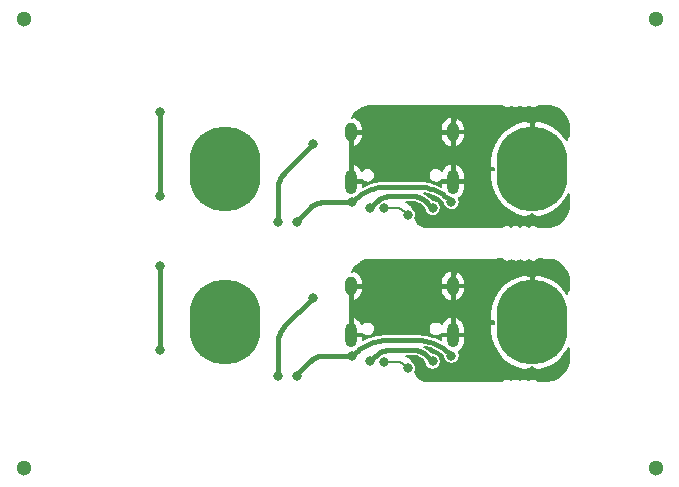
<source format=gbr>
G04 #@! TF.GenerationSoftware,KiCad,Pcbnew,(5.1.4)-1*
G04 #@! TF.CreationDate,2021-03-22T03:07:54-07:00*
G04 #@! TF.ProjectId,bsw,6273772e-6b69-4636-9164-5f7063625858,rev?*
G04 #@! TF.SameCoordinates,Original*
G04 #@! TF.FileFunction,Copper,L2,Bot*
G04 #@! TF.FilePolarity,Positive*
%FSLAX46Y46*%
G04 Gerber Fmt 4.6, Leading zero omitted, Abs format (unit mm)*
G04 Created by KiCad (PCBNEW (5.1.4)-1) date 2021-03-22 03:07:54*
%MOMM*%
%LPD*%
G04 APERTURE LIST*
%ADD10C,1.300000*%
%ADD11O,1.000000X2.100000*%
%ADD12O,1.000000X1.600000*%
%ADD13C,0.800000*%
%ADD14O,6.000000X7.200000*%
%ADD15C,0.400000*%
%ADD16C,0.200000*%
G04 APERTURE END LIST*
D10*
X21500000Y-31000000D03*
X-32000000Y-31000000D03*
X21500000Y7000000D03*
X-32000000Y7000000D03*
D11*
X4320000Y-19780000D03*
X-4320000Y-19780000D03*
D12*
X4320000Y-15600000D03*
X-4320000Y-15600000D03*
D13*
X12626346Y-16623654D03*
X11000000Y-15800000D03*
X9373654Y-16623654D03*
X8700000Y-18700000D03*
X9373654Y-20776346D03*
X11000000Y-21600000D03*
X12626346Y-20776346D03*
X13300000Y-18700000D03*
D14*
X11000000Y-18700000D03*
D13*
X-13373654Y-16623654D03*
X-15000000Y-15800000D03*
X-16626346Y-16623654D03*
X-17300000Y-18700000D03*
X-16626346Y-20776346D03*
X-15000000Y-21600000D03*
X-13373654Y-20776346D03*
X-12700000Y-18700000D03*
D14*
X-15000000Y-18700000D03*
D13*
X9373654Y-7776346D03*
X11000000Y-8600000D03*
X12626346Y-7776346D03*
X13300000Y-5700000D03*
X12626346Y-3623654D03*
X11000000Y-2800000D03*
X9373654Y-3623654D03*
X8700000Y-5700000D03*
D14*
X11000000Y-5700000D03*
D13*
X-16626346Y-7776346D03*
X-15000000Y-8600000D03*
X-13373654Y-7776346D03*
X-12700000Y-5700000D03*
X-13373654Y-3623654D03*
X-15000000Y-2800000D03*
X-16626346Y-3623654D03*
X-17300000Y-5700000D03*
D14*
X-15000000Y-5700000D03*
D11*
X4320000Y-6780000D03*
X-4320000Y-6780000D03*
D12*
X4320000Y-2600000D03*
X-4320000Y-2600000D03*
D13*
X-7500000Y-3600000D03*
X-8900000Y-10200000D03*
X-10500000Y-10200000D03*
X-4200000Y-8500000D03*
X4200000Y-8500000D03*
X-20500000Y-8000000D03*
X-20500000Y-900000D03*
X-7500000Y-16600000D03*
X-20500000Y-13900000D03*
X4200000Y-21500000D03*
X-4200000Y-21500000D03*
X-8900000Y-23200000D03*
X-10500000Y-23200000D03*
X-20500000Y-21000000D03*
X2600000Y-9000000D03*
X-2700000Y-9000000D03*
X2600000Y-22000000D03*
X-2700000Y-22000000D03*
X-1501944Y-9011278D03*
X500000Y-9600000D03*
X500000Y-22600000D03*
X-1501944Y-22011278D03*
D15*
X-4031370Y-8331370D02*
X-4200000Y-8500000D01*
X-4031370Y-8331370D02*
X-3894057Y-8200638D01*
X-3894057Y-8200638D02*
X-3750496Y-8076801D01*
X-3750496Y-8076801D02*
X-3601031Y-7960157D01*
X-3601031Y-7960157D02*
X-3446023Y-7850988D01*
X-3446023Y-7850988D02*
X-3285845Y-7749556D01*
X-3285845Y-7749556D02*
X-3120883Y-7656107D01*
X-3120883Y-7656107D02*
X-2951534Y-7570863D01*
X-2951534Y-7570863D02*
X-2778206Y-7494033D01*
X-2778206Y-7494033D02*
X-2601318Y-7425799D01*
X-2601318Y-7425799D02*
X-2421294Y-7366327D01*
X-2421294Y-7366327D02*
X-2238569Y-7315760D01*
X-2238569Y-7315760D02*
X-2053583Y-7274220D01*
X-2053583Y-7274220D02*
X-1866781Y-7241807D01*
X-1866781Y-7241807D02*
X-1678614Y-7218599D01*
X-1678614Y-7218599D02*
X-1489535Y-7204652D01*
X-1489535Y-7204652D02*
X-1300000Y-7200000D01*
X4031370Y-8331370D02*
X4200000Y-8500000D01*
X4031370Y-8331370D02*
X3894057Y-8200638D01*
X3894057Y-8200638D02*
X3750496Y-8076801D01*
X3750496Y-8076801D02*
X3601031Y-7960157D01*
X3601031Y-7960157D02*
X3446023Y-7850988D01*
X3446023Y-7850988D02*
X3285845Y-7749556D01*
X3285845Y-7749556D02*
X3120883Y-7656107D01*
X3120883Y-7656107D02*
X2951534Y-7570863D01*
X2951534Y-7570863D02*
X2778206Y-7494033D01*
X2778206Y-7494033D02*
X2601318Y-7425799D01*
X2601318Y-7425799D02*
X2421294Y-7366327D01*
X2421294Y-7366327D02*
X2238569Y-7315760D01*
X2238569Y-7315760D02*
X2053583Y-7274220D01*
X2053583Y-7274220D02*
X1866781Y-7241807D01*
X1866781Y-7241807D02*
X1678614Y-7218599D01*
X1678614Y-7218599D02*
X1489535Y-7204652D01*
X1489535Y-7204652D02*
X1300000Y-7200000D01*
X1300000Y-7200000D02*
X-1300000Y-7200000D01*
X-7865685Y-9065685D02*
X-8900000Y-10100000D01*
X-7865685Y-9065685D02*
X-7797028Y-9000319D01*
X-7797028Y-9000319D02*
X-7725248Y-8938400D01*
X-7725248Y-8938400D02*
X-7650515Y-8880078D01*
X-7650515Y-8880078D02*
X-7573011Y-8825494D01*
X-7573011Y-8825494D02*
X-7492922Y-8774778D01*
X-7492922Y-8774778D02*
X-7410441Y-8728053D01*
X-7410441Y-8728053D02*
X-7325767Y-8685431D01*
X-7325767Y-8685431D02*
X-7239103Y-8647016D01*
X-7239103Y-8647016D02*
X-7150659Y-8612899D01*
X-7150659Y-8612899D02*
X-7060647Y-8583163D01*
X-7060647Y-8583163D02*
X-6969284Y-8557880D01*
X-6969284Y-8557880D02*
X-6876791Y-8537110D01*
X-6876791Y-8537110D02*
X-6783390Y-8520903D01*
X-6783390Y-8520903D02*
X-6689307Y-8509299D01*
X-6689307Y-8509299D02*
X-6594767Y-8502326D01*
X-6594767Y-8502326D02*
X-6500000Y-8500000D01*
X-6500000Y-8500000D02*
X-4200000Y-8500000D01*
X-9934314Y-6034314D02*
X-7500000Y-3600000D01*
X-9934314Y-6034314D02*
X-9999680Y-6102970D01*
X-9999680Y-6102970D02*
X-10061598Y-6174750D01*
X-10061598Y-6174750D02*
X-10119920Y-6249483D01*
X-10119920Y-6249483D02*
X-10174504Y-6326987D01*
X-10174504Y-6326987D02*
X-10225220Y-6407076D01*
X-10225220Y-6407076D02*
X-10271945Y-6489557D01*
X-10271945Y-6489557D02*
X-10314567Y-6574232D01*
X-10314567Y-6574232D02*
X-10352982Y-6660896D01*
X-10352982Y-6660896D02*
X-10387099Y-6749340D01*
X-10387099Y-6749340D02*
X-10416835Y-6839352D01*
X-10416835Y-6839352D02*
X-10442118Y-6930714D01*
X-10442118Y-6930714D02*
X-10462888Y-7023208D01*
X-10462888Y-7023208D02*
X-10479095Y-7116608D01*
X-10479095Y-7116608D02*
X-10490699Y-7210692D01*
X-10490699Y-7210692D02*
X-10497673Y-7305232D01*
X-10497673Y-7305232D02*
X-10500000Y-7400000D01*
X-10500000Y-7400000D02*
X-10500000Y-10100000D01*
X-20500000Y-8000000D02*
X-20500000Y-900000D01*
X-10490699Y-20210692D02*
X-10497673Y-20305232D01*
X-10174504Y-19326987D02*
X-10225220Y-19407076D01*
X-10497673Y-20305232D02*
X-10500000Y-20400000D01*
X-10442118Y-19930714D02*
X-10462888Y-20023208D01*
X-6969284Y-21557880D02*
X-6876791Y-21537110D01*
X-7150659Y-21612899D02*
X-7060647Y-21583163D01*
X-7797028Y-22000319D02*
X-7725248Y-21938400D01*
X-10225220Y-19407076D02*
X-10271945Y-19489557D01*
X-7410441Y-21728053D02*
X-7325767Y-21685431D01*
X-9934314Y-19034314D02*
X-9999680Y-19102970D01*
X-7325767Y-21685431D02*
X-7239103Y-21647016D01*
X-7650515Y-21880078D02*
X-7573011Y-21825494D01*
X-10314567Y-19574232D02*
X-10352982Y-19660896D01*
X-7573011Y-21825494D02*
X-7492922Y-21774778D01*
X-10500000Y-20400000D02*
X-10500000Y-23100000D01*
X-10119920Y-19249483D02*
X-10174504Y-19326987D01*
X-10416835Y-19839352D02*
X-10442118Y-19930714D01*
X-7239103Y-21647016D02*
X-7150659Y-21612899D01*
X-7060647Y-21583163D02*
X-6969284Y-21557880D01*
X-7865685Y-22065685D02*
X-8900000Y-23100000D01*
X-9934314Y-19034314D02*
X-7500000Y-16600000D01*
X-6500000Y-21500000D02*
X-4200000Y-21500000D01*
X-10352982Y-19660896D02*
X-10387099Y-19749340D01*
X-10061598Y-19174750D02*
X-10119920Y-19249483D01*
X-6689307Y-21509299D02*
X-6594767Y-21502326D01*
X-20500000Y-21000000D02*
X-20500000Y-13900000D01*
X-7725248Y-21938400D02*
X-7650515Y-21880078D01*
X-10479095Y-20116608D02*
X-10490699Y-20210692D01*
X-6876791Y-21537110D02*
X-6783390Y-21520903D01*
X-6783390Y-21520903D02*
X-6689307Y-21509299D01*
X-10462888Y-20023208D02*
X-10479095Y-20116608D01*
X-7865685Y-22065685D02*
X-7797028Y-22000319D01*
X-7492922Y-21774778D02*
X-7410441Y-21728053D01*
X-6594767Y-21502326D02*
X-6500000Y-21500000D01*
X-10387099Y-19749340D02*
X-10416835Y-19839352D01*
X-9999680Y-19102970D02*
X-10061598Y-19174750D01*
X-10271945Y-19489557D02*
X-10314567Y-19574232D01*
X1489535Y-20204652D02*
X1300000Y-20200000D01*
X-3750496Y-21076801D02*
X-3601031Y-20960157D01*
X-1678614Y-20218599D02*
X-1489535Y-20204652D01*
X2601318Y-20425799D02*
X2421294Y-20366327D01*
X3285845Y-20749556D02*
X3120883Y-20656107D01*
X4031370Y-21331370D02*
X3894057Y-21200638D01*
X-2053583Y-20274220D02*
X-1866781Y-20241807D01*
X-2951534Y-20570863D02*
X-2778206Y-20494033D01*
X1866781Y-20241807D02*
X1678614Y-20218599D01*
X-2601318Y-20425799D02*
X-2421294Y-20366327D01*
X2238569Y-20315760D02*
X2053583Y-20274220D01*
X-2238569Y-20315760D02*
X-2053583Y-20274220D01*
X4031370Y-21331370D02*
X4200000Y-21500000D01*
X-4031370Y-21331370D02*
X-4200000Y-21500000D01*
X3750496Y-21076801D02*
X3601031Y-20960157D01*
X3446023Y-20850988D02*
X3285845Y-20749556D01*
X-3446023Y-20850988D02*
X-3285845Y-20749556D01*
X-3285845Y-20749556D02*
X-3120883Y-20656107D01*
X-3120883Y-20656107D02*
X-2951534Y-20570863D01*
X-2421294Y-20366327D02*
X-2238569Y-20315760D01*
X3120883Y-20656107D02*
X2951534Y-20570863D01*
X-3894057Y-21200638D02*
X-3750496Y-21076801D01*
X-1489535Y-20204652D02*
X-1300000Y-20200000D01*
X3894057Y-21200638D02*
X3750496Y-21076801D01*
X2951534Y-20570863D02*
X2778206Y-20494033D01*
X-4031370Y-21331370D02*
X-3894057Y-21200638D01*
X3601031Y-20960157D02*
X3446023Y-20850988D01*
X-3601031Y-20960157D02*
X-3446023Y-20850988D01*
X2778206Y-20494033D02*
X2601318Y-20425799D01*
X2421294Y-20366327D02*
X2238569Y-20315760D01*
X2053583Y-20274220D02*
X1866781Y-20241807D01*
X1678614Y-20218599D02*
X1489535Y-20204652D01*
X1300000Y-20200000D02*
X-1300000Y-20200000D01*
X-2778206Y-20494033D02*
X-2601318Y-20425799D01*
X-1866781Y-20241807D02*
X-1678614Y-20218599D01*
X4320000Y-6780000D02*
X4320000Y-2600000D01*
X-4320000Y-2600000D02*
X-4320000Y-6780000D01*
X-4320000Y-2600000D02*
X4320000Y-2600000D01*
X4320000Y-1800000D02*
X4320000Y-2600000D01*
X4320000Y-1800000D02*
X4323852Y-1721586D01*
X4323852Y-1721586D02*
X4335371Y-1643927D01*
X4335371Y-1643927D02*
X4354447Y-1567772D01*
X4354447Y-1567772D02*
X4380896Y-1493853D01*
X4380896Y-1493853D02*
X4414462Y-1422882D01*
X4414462Y-1422882D02*
X4454824Y-1355543D01*
X4454824Y-1355543D02*
X4501591Y-1292485D01*
X4501591Y-1292485D02*
X4554314Y-1234314D01*
X4554314Y-1234314D02*
X4612485Y-1181591D01*
X4612485Y-1181591D02*
X4675543Y-1134824D01*
X4675543Y-1134824D02*
X4742882Y-1094462D01*
X4742882Y-1094462D02*
X4813853Y-1060896D01*
X4813853Y-1060896D02*
X4887772Y-1034447D01*
X4887772Y-1034447D02*
X4963927Y-1015371D01*
X4963927Y-1015371D02*
X5041586Y-1003852D01*
X5041586Y-1003852D02*
X5120000Y-1000000D01*
X11000000Y-1800000D02*
X11000000Y-5500000D01*
X11000000Y-1800000D02*
X10996147Y-1721586D01*
X10996147Y-1721586D02*
X10984628Y-1643927D01*
X10984628Y-1643927D02*
X10965552Y-1567772D01*
X10965552Y-1567772D02*
X10939103Y-1493853D01*
X10939103Y-1493853D02*
X10905537Y-1422882D01*
X10905537Y-1422882D02*
X10865175Y-1355543D01*
X10865175Y-1355543D02*
X10818408Y-1292485D01*
X10818408Y-1292485D02*
X10765685Y-1234314D01*
X10765685Y-1234314D02*
X10707514Y-1181591D01*
X10707514Y-1181591D02*
X10644456Y-1134824D01*
X10644456Y-1134824D02*
X10577117Y-1094462D01*
X10577117Y-1094462D02*
X10506146Y-1060896D01*
X10506146Y-1060896D02*
X10432227Y-1034447D01*
X10432227Y-1034447D02*
X10356072Y-1015371D01*
X10356072Y-1015371D02*
X10278413Y-1003852D01*
X10278413Y-1003852D02*
X10200000Y-1000000D01*
X10200000Y-1000000D02*
X5120000Y-1000000D01*
X-4320000Y-15600000D02*
X4320000Y-15600000D01*
X4454824Y-14355543D02*
X4501591Y-14292485D01*
X4320000Y-19780000D02*
X4320000Y-15600000D01*
X4320000Y-14800000D02*
X4320000Y-15600000D01*
X-4320000Y-15600000D02*
X-4320000Y-19780000D01*
X4320000Y-14800000D02*
X4323852Y-14721586D01*
X4323852Y-14721586D02*
X4335371Y-14643927D01*
X4354447Y-14567772D02*
X4380896Y-14493853D01*
X4380896Y-14493853D02*
X4414462Y-14422882D01*
X4554314Y-14234314D02*
X4612485Y-14181591D01*
X4612485Y-14181591D02*
X4675543Y-14134824D01*
X4675543Y-14134824D02*
X4742882Y-14094462D01*
X4813853Y-14060896D02*
X4887772Y-14034447D01*
X4335371Y-14643927D02*
X4354447Y-14567772D01*
X4414462Y-14422882D02*
X4454824Y-14355543D01*
X4742882Y-14094462D02*
X4813853Y-14060896D01*
X4501591Y-14292485D02*
X4554314Y-14234314D01*
X4887772Y-14034447D02*
X4963927Y-14015371D01*
X4963927Y-14015371D02*
X5041586Y-14003852D01*
X5041586Y-14003852D02*
X5120000Y-14000000D01*
X11000000Y-14800000D02*
X11000000Y-18500000D01*
X10356072Y-14015371D02*
X10278413Y-14003852D01*
X11000000Y-14800000D02*
X10996147Y-14721586D01*
X10200000Y-14000000D02*
X5120000Y-14000000D01*
X10939103Y-14493853D02*
X10905537Y-14422882D01*
X10818408Y-14292485D02*
X10765685Y-14234314D01*
X10577117Y-14094462D02*
X10506146Y-14060896D01*
X10965552Y-14567772D02*
X10939103Y-14493853D01*
X10996147Y-14721586D02*
X10984628Y-14643927D01*
X10984628Y-14643927D02*
X10965552Y-14567772D01*
X10865175Y-14355543D02*
X10818408Y-14292485D01*
X10506146Y-14060896D02*
X10432227Y-14034447D01*
X10765685Y-14234314D02*
X10707514Y-14181591D01*
X10644456Y-14134824D02*
X10577117Y-14094462D01*
X10432227Y-14034447D02*
X10356072Y-14015371D01*
X10905537Y-14422882D02*
X10865175Y-14355543D01*
X10707514Y-14181591D02*
X10644456Y-14134824D01*
X10278413Y-14003852D02*
X10200000Y-14000000D01*
X-2265685Y-8565685D02*
X-2700000Y-9000000D01*
X-2265685Y-8565685D02*
X-2197028Y-8500319D01*
X-2197028Y-8500319D02*
X-2125248Y-8438400D01*
X-2125248Y-8438400D02*
X-2050515Y-8380078D01*
X-2050515Y-8380078D02*
X-1973011Y-8325494D01*
X-1973011Y-8325494D02*
X-1892922Y-8274778D01*
X-1892922Y-8274778D02*
X-1810441Y-8228053D01*
X-1810441Y-8228053D02*
X-1725767Y-8185431D01*
X-1725767Y-8185431D02*
X-1639103Y-8147016D01*
X-1639103Y-8147016D02*
X-1550659Y-8112899D01*
X-1550659Y-8112899D02*
X-1460647Y-8083163D01*
X-1460647Y-8083163D02*
X-1369284Y-8057880D01*
X-1369284Y-8057880D02*
X-1276791Y-8037110D01*
X-1276791Y-8037110D02*
X-1183390Y-8020903D01*
X-1183390Y-8020903D02*
X-1089307Y-8009299D01*
X-1089307Y-8009299D02*
X-994767Y-8002326D01*
X-994767Y-8002326D02*
X-900000Y-8000000D01*
X2165685Y-8565685D02*
X2600000Y-9000000D01*
X2165685Y-8565685D02*
X2097028Y-8500319D01*
X2097028Y-8500319D02*
X2025248Y-8438400D01*
X2025248Y-8438400D02*
X1950515Y-8380078D01*
X1950515Y-8380078D02*
X1873011Y-8325494D01*
X1873011Y-8325494D02*
X1792922Y-8274778D01*
X1792922Y-8274778D02*
X1710441Y-8228053D01*
X1710441Y-8228053D02*
X1625767Y-8185431D01*
X1625767Y-8185431D02*
X1539103Y-8147016D01*
X1539103Y-8147016D02*
X1450659Y-8112899D01*
X1450659Y-8112899D02*
X1360647Y-8083163D01*
X1360647Y-8083163D02*
X1269284Y-8057880D01*
X1269284Y-8057880D02*
X1176791Y-8037110D01*
X1176791Y-8037110D02*
X1083390Y-8020903D01*
X1083390Y-8020903D02*
X989307Y-8009299D01*
X989307Y-8009299D02*
X894767Y-8002326D01*
X894767Y-8002326D02*
X800000Y-8000000D01*
X800000Y-8000000D02*
X-900000Y-8000000D01*
X800000Y-21000000D02*
X-900000Y-21000000D01*
X1950515Y-21380078D02*
X1873011Y-21325494D01*
X1792922Y-21274778D02*
X1710441Y-21228053D01*
X-1639103Y-21147016D02*
X-1550659Y-21112899D01*
X2165685Y-21565685D02*
X2097028Y-21500319D01*
X-2197028Y-21500319D02*
X-2125248Y-21438400D01*
X-2125248Y-21438400D02*
X-2050515Y-21380078D01*
X-1183390Y-21020903D02*
X-1089307Y-21009299D01*
X2097028Y-21500319D02*
X2025248Y-21438400D01*
X1710441Y-21228053D02*
X1625767Y-21185431D01*
X1539103Y-21147016D02*
X1450659Y-21112899D01*
X-1973011Y-21325494D02*
X-1892922Y-21274778D01*
X-1892922Y-21274778D02*
X-1810441Y-21228053D01*
X-1369284Y-21057880D02*
X-1276791Y-21037110D01*
X-1276791Y-21037110D02*
X-1183390Y-21020903D01*
X-1810441Y-21228053D02*
X-1725767Y-21185431D01*
X-1725767Y-21185431D02*
X-1639103Y-21147016D01*
X-1550659Y-21112899D02*
X-1460647Y-21083163D01*
X-1460647Y-21083163D02*
X-1369284Y-21057880D01*
X-1089307Y-21009299D02*
X-994767Y-21002326D01*
X-2265685Y-21565685D02*
X-2197028Y-21500319D01*
X-994767Y-21002326D02*
X-900000Y-21000000D01*
X1873011Y-21325494D02*
X1792922Y-21274778D01*
X1450659Y-21112899D02*
X1360647Y-21083163D01*
X1360647Y-21083163D02*
X1269284Y-21057880D01*
X1269284Y-21057880D02*
X1176791Y-21037110D01*
X-2265685Y-21565685D02*
X-2700000Y-22000000D01*
X1625767Y-21185431D02*
X1539103Y-21147016D01*
X1176791Y-21037110D02*
X1083390Y-21020903D01*
X1083390Y-21020903D02*
X989307Y-21009299D01*
X2165685Y-21565685D02*
X2600000Y-22000000D01*
X989307Y-21009299D02*
X894767Y-21002326D01*
X-2050515Y-21380078D02*
X-1973011Y-21325494D01*
X2025248Y-21438400D02*
X1950515Y-21380078D01*
X894767Y-21002326D02*
X800000Y-21000000D01*
D16*
X-488722Y-9011278D02*
X-1501944Y-9011278D01*
X-488722Y-9011278D02*
X-441338Y-9012441D01*
X-441338Y-9012441D02*
X-394068Y-9015928D01*
X-394068Y-9015928D02*
X-347026Y-9021730D01*
X-347026Y-9021730D02*
X-300326Y-9029833D01*
X-300326Y-9029833D02*
X-254079Y-9040218D01*
X-254079Y-9040218D02*
X-208398Y-9052860D01*
X-208398Y-9052860D02*
X-163392Y-9067727D01*
X-163392Y-9067727D02*
X-119170Y-9084786D01*
X-119170Y-9084786D02*
X-75838Y-9103994D01*
X-75838Y-9103994D02*
X-33501Y-9125304D01*
X-33501Y-9125304D02*
X7738Y-9148667D01*
X7738Y-9148667D02*
X47783Y-9174025D01*
X47783Y-9174025D02*
X86535Y-9201317D01*
X86535Y-9201317D02*
X123901Y-9230478D01*
X123901Y-9230478D02*
X159791Y-9261437D01*
X159791Y-9261437D02*
X194120Y-9294120D01*
X194120Y-9294120D02*
X500000Y-9600000D01*
X47783Y-22174025D02*
X86535Y-22201317D01*
X86535Y-22201317D02*
X123901Y-22230478D01*
X-75838Y-22103994D02*
X-33501Y-22125304D01*
X123901Y-22230478D02*
X159791Y-22261437D01*
X194120Y-22294120D02*
X500000Y-22600000D01*
X-119170Y-22084786D02*
X-75838Y-22103994D01*
X159791Y-22261437D02*
X194120Y-22294120D01*
X-33501Y-22125304D02*
X7738Y-22148667D01*
X7738Y-22148667D02*
X47783Y-22174025D01*
X-441338Y-22012441D02*
X-394068Y-22015928D01*
X-394068Y-22015928D02*
X-347026Y-22021730D01*
X-347026Y-22021730D02*
X-300326Y-22029833D01*
X-300326Y-22029833D02*
X-254079Y-22040218D01*
X-254079Y-22040218D02*
X-208398Y-22052860D01*
X-208398Y-22052860D02*
X-163392Y-22067727D01*
X-163392Y-22067727D02*
X-119170Y-22084786D01*
X-488722Y-22011278D02*
X-1501944Y-22011278D01*
X-488722Y-22011278D02*
X-441338Y-22012441D01*
G36*
X8447787Y-350604D02*
G01*
X8524396Y-427213D01*
X8614477Y-487403D01*
X8714571Y-528864D01*
X8820830Y-550000D01*
X8929170Y-550000D01*
X9035429Y-528864D01*
X9135523Y-487403D01*
X9225604Y-427213D01*
X9250000Y-402817D01*
X9274396Y-427213D01*
X9364477Y-487403D01*
X9464571Y-528864D01*
X9570830Y-550000D01*
X9679170Y-550000D01*
X9785429Y-528864D01*
X9885523Y-487403D01*
X9975604Y-427213D01*
X10000000Y-402817D01*
X10024396Y-427213D01*
X10114477Y-487403D01*
X10214571Y-528864D01*
X10320830Y-550000D01*
X10429170Y-550000D01*
X10535429Y-528864D01*
X10635523Y-487403D01*
X10725604Y-427213D01*
X10750000Y-402817D01*
X10774396Y-427213D01*
X10864477Y-487403D01*
X10964571Y-528864D01*
X11070830Y-550000D01*
X11179170Y-550000D01*
X11285429Y-528864D01*
X11385523Y-487403D01*
X11475604Y-427213D01*
X11552213Y-350604D01*
X11552617Y-350000D01*
X11861961Y-350000D01*
X11926487Y-369574D01*
X11981581Y-375000D01*
X12518419Y-375000D01*
X12536869Y-373183D01*
X12785223Y-427210D01*
X13039181Y-521931D01*
X13277080Y-651834D01*
X13494065Y-814267D01*
X13685733Y-1005935D01*
X13848166Y-1222920D01*
X13978069Y-1460819D01*
X14072790Y-1714777D01*
X14126818Y-1963134D01*
X14125001Y-1981581D01*
X14125000Y-2518418D01*
X14130426Y-2573512D01*
X14150000Y-2638038D01*
X14150000Y-2947383D01*
X14149396Y-2947787D01*
X14072787Y-3024396D01*
X14012597Y-3114477D01*
X13971136Y-3214571D01*
X13962044Y-3260280D01*
X13854587Y-3072357D01*
X13404163Y-2554415D01*
X12861349Y-2134299D01*
X12247004Y-1828153D01*
X11646066Y-1660146D01*
X11100000Y-1726482D01*
X11100000Y-1902345D01*
X10935364Y-1897957D01*
X10900000Y-1904017D01*
X10900000Y-1726482D01*
X10353934Y-1660146D01*
X9752996Y-1828153D01*
X9138651Y-2134299D01*
X8595837Y-2554415D01*
X8145413Y-3072357D01*
X7804690Y-3668220D01*
X7586761Y-4319105D01*
X7500000Y-5000000D01*
X7500000Y-5600000D01*
X7802345Y-5600000D01*
X7797957Y-5764636D01*
X7804017Y-5800000D01*
X7500000Y-5800000D01*
X7500000Y-6400000D01*
X7586761Y-7080895D01*
X7804690Y-7731780D01*
X8145413Y-8327643D01*
X8595837Y-8845585D01*
X9138651Y-9265701D01*
X9752996Y-9571847D01*
X10353934Y-9739854D01*
X10900000Y-9673518D01*
X10900000Y-9497655D01*
X11064636Y-9502043D01*
X11100000Y-9495983D01*
X11100000Y-9673518D01*
X11646066Y-9739854D01*
X12247004Y-9571847D01*
X12861349Y-9265701D01*
X13404163Y-8845585D01*
X13854587Y-8327643D01*
X14125001Y-7854739D01*
X14125001Y-8981652D01*
X14113654Y-9097379D01*
X14072790Y-9285223D01*
X13978069Y-9539181D01*
X13848166Y-9777080D01*
X13685733Y-9994065D01*
X13494065Y-10185733D01*
X13277080Y-10348166D01*
X13039181Y-10478069D01*
X12785223Y-10572790D01*
X12593253Y-10614551D01*
X12493841Y-10625000D01*
X11981581Y-10625000D01*
X11926487Y-10630426D01*
X11861961Y-10650000D01*
X11552617Y-10650000D01*
X11552213Y-10649396D01*
X11475604Y-10572787D01*
X11385523Y-10512597D01*
X11285429Y-10471136D01*
X11179170Y-10450000D01*
X11070830Y-10450000D01*
X10964571Y-10471136D01*
X10864477Y-10512597D01*
X10774396Y-10572787D01*
X10750000Y-10597183D01*
X10725604Y-10572787D01*
X10635523Y-10512597D01*
X10535429Y-10471136D01*
X10429170Y-10450000D01*
X10320830Y-10450000D01*
X10214571Y-10471136D01*
X10114477Y-10512597D01*
X10024396Y-10572787D01*
X10000000Y-10597183D01*
X9975604Y-10572787D01*
X9885523Y-10512597D01*
X9785429Y-10471136D01*
X9679170Y-10450000D01*
X9570830Y-10450000D01*
X9464571Y-10471136D01*
X9364477Y-10512597D01*
X9274396Y-10572787D01*
X9250000Y-10597183D01*
X9225604Y-10572787D01*
X9135523Y-10512597D01*
X9035429Y-10471136D01*
X8929170Y-10450000D01*
X8820830Y-10450000D01*
X8714571Y-10471136D01*
X8614477Y-10512597D01*
X8524396Y-10572787D01*
X8447787Y-10649396D01*
X8447383Y-10650000D01*
X8138039Y-10650000D01*
X8073513Y-10630426D01*
X8018419Y-10625000D01*
X1909203Y-10625000D01*
X1732934Y-10571529D01*
X1555808Y-10476853D01*
X1400558Y-10349442D01*
X1273147Y-10194192D01*
X1178471Y-10017066D01*
X1138922Y-9886692D01*
X1173099Y-9804182D01*
X1200000Y-9668944D01*
X1200000Y-9531056D01*
X1173099Y-9395818D01*
X1120332Y-9268426D01*
X1043726Y-9153776D01*
X962671Y-9072721D01*
X898595Y-8952843D01*
X887704Y-8936544D01*
X747796Y-8766066D01*
X733934Y-8752204D01*
X563456Y-8612296D01*
X547157Y-8601405D01*
X357441Y-8500000D01*
X793892Y-8500000D01*
X870237Y-8501874D01*
X940288Y-8507041D01*
X1010008Y-8515641D01*
X1079225Y-8527651D01*
X1147760Y-8543042D01*
X1215474Y-8561781D01*
X1282168Y-8583814D01*
X1347698Y-8609092D01*
X1411918Y-8637558D01*
X1474683Y-8669152D01*
X1535790Y-8703769D01*
X1595144Y-8741355D01*
X1652584Y-8781808D01*
X1707951Y-8825017D01*
X1761154Y-8870911D01*
X1816485Y-8923590D01*
X1900000Y-9007105D01*
X1900000Y-9068944D01*
X1926901Y-9204182D01*
X1979668Y-9331574D01*
X2056274Y-9446224D01*
X2153776Y-9543726D01*
X2268426Y-9620332D01*
X2395818Y-9673099D01*
X2531056Y-9700000D01*
X2668944Y-9700000D01*
X2804182Y-9673099D01*
X2931574Y-9620332D01*
X3046224Y-9543726D01*
X3143726Y-9446224D01*
X3220332Y-9331574D01*
X3273099Y-9204182D01*
X3300000Y-9068944D01*
X3300000Y-8931056D01*
X3273099Y-8795818D01*
X3220332Y-8668426D01*
X3143726Y-8553776D01*
X3046224Y-8456274D01*
X2931574Y-8379668D01*
X2804182Y-8326901D01*
X2668944Y-8300000D01*
X2607105Y-8300000D01*
X2532264Y-8225158D01*
X2528240Y-8220494D01*
X2514870Y-8207765D01*
X2501871Y-8194766D01*
X2497128Y-8190874D01*
X2450680Y-8146652D01*
X2442214Y-8137760D01*
X2432910Y-8129734D01*
X2424008Y-8121259D01*
X2414323Y-8113701D01*
X2361123Y-8067810D01*
X2352224Y-8059337D01*
X2342542Y-8051781D01*
X2333240Y-8043757D01*
X2323193Y-8036681D01*
X2267800Y-7993452D01*
X2258497Y-7985427D01*
X2248453Y-7978353D01*
X2238768Y-7970795D01*
X2228387Y-7964221D01*
X2170936Y-7923760D01*
X2161259Y-7916208D01*
X2150890Y-7909642D01*
X2140833Y-7902559D01*
X2130131Y-7896497D01*
X2070789Y-7858918D01*
X2060740Y-7851841D01*
X2050046Y-7845783D01*
X2039671Y-7839213D01*
X2028703Y-7833692D01*
X1967569Y-7799060D01*
X1957186Y-7792485D01*
X1946206Y-7786958D01*
X1935521Y-7780905D01*
X1924297Y-7775930D01*
X1873753Y-7750487D01*
X1956018Y-7764762D01*
X2117046Y-7800922D01*
X2276120Y-7844944D01*
X2432833Y-7896716D01*
X2586807Y-7956111D01*
X2737694Y-8022994D01*
X2885123Y-8097204D01*
X3028715Y-8178548D01*
X3168143Y-8266839D01*
X3303089Y-8361879D01*
X3433199Y-8463418D01*
X3500000Y-8521041D01*
X3500000Y-8568944D01*
X3526901Y-8704182D01*
X3579668Y-8831574D01*
X3656274Y-8946224D01*
X3753776Y-9043726D01*
X3868426Y-9120332D01*
X3995818Y-9173099D01*
X4131056Y-9200000D01*
X4268944Y-9200000D01*
X4404182Y-9173099D01*
X4531574Y-9120332D01*
X4646224Y-9043726D01*
X4743726Y-8946224D01*
X4820332Y-8831574D01*
X4873099Y-8704182D01*
X4900000Y-8568944D01*
X4900000Y-8431056D01*
X4873099Y-8295818D01*
X4830075Y-8191949D01*
X4956396Y-8107817D01*
X5095912Y-7968717D01*
X5205611Y-7805071D01*
X5281276Y-7623169D01*
X5320000Y-7430000D01*
X5320000Y-6880000D01*
X4420000Y-6880000D01*
X4420000Y-6900000D01*
X4220000Y-6900000D01*
X4220000Y-6880000D01*
X3320000Y-6880000D01*
X3320000Y-7196565D01*
X3187307Y-7129773D01*
X3176605Y-7123710D01*
X3165363Y-7118727D01*
X3154403Y-7113210D01*
X3142950Y-7108792D01*
X2992038Y-7041898D01*
X2981069Y-7036377D01*
X2969608Y-7031956D01*
X2958371Y-7026975D01*
X2946705Y-7023121D01*
X2792722Y-6963723D01*
X2781479Y-6958739D01*
X2769802Y-6954882D01*
X2758353Y-6950465D01*
X2746524Y-6947192D01*
X2589778Y-6895410D01*
X2578321Y-6890990D01*
X2566484Y-6887714D01*
X2554814Y-6883859D01*
X2542824Y-6881167D01*
X2383744Y-6837143D01*
X2372083Y-6833291D01*
X2360103Y-6830601D01*
X2348255Y-6827322D01*
X2336145Y-6825221D01*
X2175102Y-6789057D01*
X2163261Y-6785780D01*
X2151157Y-6783680D01*
X2139170Y-6780988D01*
X2126976Y-6779484D01*
X1964352Y-6751267D01*
X1952361Y-6748574D01*
X1940160Y-6747069D01*
X1928062Y-6744970D01*
X1915817Y-6744067D01*
X1751988Y-6723860D01*
X1739889Y-6721761D01*
X1727643Y-6720858D01*
X1715443Y-6719353D01*
X1703154Y-6719051D01*
X1538550Y-6706910D01*
X1526355Y-6705406D01*
X1514072Y-6705104D01*
X1501823Y-6704201D01*
X1489544Y-6704502D01*
X1330678Y-6700603D01*
X1324560Y-6700000D01*
X1306129Y-6700000D01*
X1287716Y-6699548D01*
X1281590Y-6700000D01*
X-1281590Y-6700000D01*
X-1287716Y-6699548D01*
X-1306129Y-6700000D01*
X-1324560Y-6700000D01*
X-1330678Y-6700603D01*
X-1489527Y-6704502D01*
X-1501823Y-6704200D01*
X-1514090Y-6705105D01*
X-1526356Y-6705406D01*
X-1538535Y-6706908D01*
X-1703156Y-6719051D01*
X-1715444Y-6719353D01*
X-1727646Y-6720858D01*
X-1739888Y-6721761D01*
X-1751983Y-6723860D01*
X-1915815Y-6744066D01*
X-1928064Y-6744970D01*
X-1940166Y-6747070D01*
X-1952361Y-6748574D01*
X-1964350Y-6751266D01*
X-2126975Y-6779484D01*
X-2139171Y-6780988D01*
X-2151161Y-6783680D01*
X-2163261Y-6785780D01*
X-2175099Y-6789056D01*
X-2336138Y-6825219D01*
X-2348256Y-6827322D01*
X-2360111Y-6830603D01*
X-2372082Y-6833291D01*
X-2383733Y-6837140D01*
X-2542820Y-6881166D01*
X-2554815Y-6883859D01*
X-2566489Y-6887716D01*
X-2578321Y-6890990D01*
X-2589776Y-6895409D01*
X-2746504Y-6947186D01*
X-2758354Y-6950465D01*
X-2769826Y-6954890D01*
X-2781479Y-6958740D01*
X-2792699Y-6963714D01*
X-2946705Y-7023121D01*
X-2958371Y-7026975D01*
X-2969608Y-7031956D01*
X-2981069Y-7036377D01*
X-2992038Y-7041898D01*
X-3142944Y-7108789D01*
X-3154404Y-7113210D01*
X-3165371Y-7118730D01*
X-3176605Y-7123710D01*
X-3187299Y-7129768D01*
X-3320000Y-7196565D01*
X-3320000Y-6880000D01*
X-4220000Y-6880000D01*
X-4220000Y-6900000D01*
X-4352207Y-6900000D01*
X-4380409Y-6770358D01*
X-4400000Y-6496431D01*
X-4400000Y-5360733D01*
X-4220000Y-5360733D01*
X-4220000Y-6680000D01*
X-3343883Y-6680000D01*
X-3288414Y-6735469D01*
X-3186048Y-6803868D01*
X-3072306Y-6850981D01*
X-2951557Y-6875000D01*
X-2828443Y-6875000D01*
X-2707694Y-6850981D01*
X-2593952Y-6803868D01*
X-2491586Y-6735469D01*
X-2404531Y-6648414D01*
X-2336132Y-6546048D01*
X-2289019Y-6432306D01*
X-2265000Y-6311557D01*
X-2265000Y-6188443D01*
X2265000Y-6188443D01*
X2265000Y-6311557D01*
X2289019Y-6432306D01*
X2336132Y-6546048D01*
X2404531Y-6648414D01*
X2491586Y-6735469D01*
X2593952Y-6803868D01*
X2707694Y-6850981D01*
X2828443Y-6875000D01*
X2951557Y-6875000D01*
X3072306Y-6850981D01*
X3186048Y-6803868D01*
X3288414Y-6735469D01*
X3343883Y-6680000D01*
X4220000Y-6680000D01*
X4220000Y-5360733D01*
X4420000Y-5360733D01*
X4420000Y-6680000D01*
X5320000Y-6680000D01*
X5320000Y-6130000D01*
X5281276Y-5936831D01*
X5205611Y-5754929D01*
X5095912Y-5591283D01*
X4956396Y-5452183D01*
X4792423Y-5342974D01*
X4610295Y-5267853D01*
X4574419Y-5262906D01*
X4420000Y-5360733D01*
X4220000Y-5360733D01*
X4065581Y-5262906D01*
X4029705Y-5267853D01*
X3847577Y-5342974D01*
X3683604Y-5452183D01*
X3544088Y-5591283D01*
X3434389Y-5754929D01*
X3387003Y-5868848D01*
X3375469Y-5851586D01*
X3288414Y-5764531D01*
X3186048Y-5696132D01*
X3072306Y-5649019D01*
X2951557Y-5625000D01*
X2828443Y-5625000D01*
X2707694Y-5649019D01*
X2593952Y-5696132D01*
X2491586Y-5764531D01*
X2404531Y-5851586D01*
X2336132Y-5953952D01*
X2289019Y-6067694D01*
X2265000Y-6188443D01*
X-2265000Y-6188443D01*
X-2289019Y-6067694D01*
X-2336132Y-5953952D01*
X-2404531Y-5851586D01*
X-2491586Y-5764531D01*
X-2593952Y-5696132D01*
X-2707694Y-5649019D01*
X-2828443Y-5625000D01*
X-2951557Y-5625000D01*
X-3072306Y-5649019D01*
X-3186048Y-5696132D01*
X-3288414Y-5764531D01*
X-3375469Y-5851586D01*
X-3387003Y-5868848D01*
X-3434389Y-5754929D01*
X-3544088Y-5591283D01*
X-3683604Y-5452183D01*
X-3847577Y-5342974D01*
X-4029705Y-5267853D01*
X-4065581Y-5262906D01*
X-4220000Y-5360733D01*
X-4400000Y-5360733D01*
X-4400000Y-2700000D01*
X-4220000Y-2700000D01*
X-4220000Y-3769267D01*
X-4065581Y-3867094D01*
X-4029705Y-3862147D01*
X-3847577Y-3787026D01*
X-3683604Y-3677817D01*
X-3544088Y-3538717D01*
X-3434389Y-3375071D01*
X-3358724Y-3193169D01*
X-3320000Y-3000000D01*
X-3320000Y-2700000D01*
X3320000Y-2700000D01*
X3320000Y-3000000D01*
X3358724Y-3193169D01*
X3434389Y-3375071D01*
X3544088Y-3538717D01*
X3683604Y-3677817D01*
X3847577Y-3787026D01*
X4029705Y-3862147D01*
X4065581Y-3867094D01*
X4220000Y-3769267D01*
X4220000Y-2700000D01*
X4420000Y-2700000D01*
X4420000Y-3769267D01*
X4574419Y-3867094D01*
X4610295Y-3862147D01*
X4792423Y-3787026D01*
X4956396Y-3677817D01*
X5095912Y-3538717D01*
X5205611Y-3375071D01*
X5281276Y-3193169D01*
X5320000Y-3000000D01*
X5320000Y-2700000D01*
X4420000Y-2700000D01*
X4220000Y-2700000D01*
X3320000Y-2700000D01*
X-3320000Y-2700000D01*
X-4220000Y-2700000D01*
X-4400000Y-2700000D01*
X-4400000Y-2480000D01*
X-4220000Y-2480000D01*
X-4220000Y-2500000D01*
X-3320000Y-2500000D01*
X-3320000Y-2200000D01*
X3320000Y-2200000D01*
X3320000Y-2500000D01*
X4220000Y-2500000D01*
X4220000Y-1430733D01*
X4420000Y-1430733D01*
X4420000Y-2500000D01*
X5320000Y-2500000D01*
X5320000Y-2200000D01*
X5281276Y-2006831D01*
X5205611Y-1824929D01*
X5095912Y-1661283D01*
X4956396Y-1522183D01*
X4792423Y-1412974D01*
X4610295Y-1337853D01*
X4574419Y-1332906D01*
X4420000Y-1430733D01*
X4220000Y-1430733D01*
X4065581Y-1332906D01*
X4029705Y-1337853D01*
X3847577Y-1412974D01*
X3683604Y-1522183D01*
X3544088Y-1661283D01*
X3434389Y-1824929D01*
X3358724Y-2006831D01*
X3320000Y-2200000D01*
X-3320000Y-2200000D01*
X-3358724Y-2006831D01*
X-3434389Y-1824929D01*
X-3544088Y-1661283D01*
X-3683604Y-1522183D01*
X-3847577Y-1412974D01*
X-4029705Y-1337853D01*
X-4065581Y-1332906D01*
X-4207220Y-1422636D01*
X-4098166Y-1222920D01*
X-3935733Y-1005935D01*
X-3744065Y-814267D01*
X-3527080Y-651834D01*
X-3289181Y-521931D01*
X-3035223Y-427210D01*
X-2795222Y-375000D01*
X8018419Y-375000D01*
X8073513Y-369574D01*
X8138039Y-350000D01*
X8447383Y-350000D01*
X8447787Y-350604D01*
X8447787Y-350604D01*
G37*
X8447787Y-350604D02*
X8524396Y-427213D01*
X8614477Y-487403D01*
X8714571Y-528864D01*
X8820830Y-550000D01*
X8929170Y-550000D01*
X9035429Y-528864D01*
X9135523Y-487403D01*
X9225604Y-427213D01*
X9250000Y-402817D01*
X9274396Y-427213D01*
X9364477Y-487403D01*
X9464571Y-528864D01*
X9570830Y-550000D01*
X9679170Y-550000D01*
X9785429Y-528864D01*
X9885523Y-487403D01*
X9975604Y-427213D01*
X10000000Y-402817D01*
X10024396Y-427213D01*
X10114477Y-487403D01*
X10214571Y-528864D01*
X10320830Y-550000D01*
X10429170Y-550000D01*
X10535429Y-528864D01*
X10635523Y-487403D01*
X10725604Y-427213D01*
X10750000Y-402817D01*
X10774396Y-427213D01*
X10864477Y-487403D01*
X10964571Y-528864D01*
X11070830Y-550000D01*
X11179170Y-550000D01*
X11285429Y-528864D01*
X11385523Y-487403D01*
X11475604Y-427213D01*
X11552213Y-350604D01*
X11552617Y-350000D01*
X11861961Y-350000D01*
X11926487Y-369574D01*
X11981581Y-375000D01*
X12518419Y-375000D01*
X12536869Y-373183D01*
X12785223Y-427210D01*
X13039181Y-521931D01*
X13277080Y-651834D01*
X13494065Y-814267D01*
X13685733Y-1005935D01*
X13848166Y-1222920D01*
X13978069Y-1460819D01*
X14072790Y-1714777D01*
X14126818Y-1963134D01*
X14125001Y-1981581D01*
X14125000Y-2518418D01*
X14130426Y-2573512D01*
X14150000Y-2638038D01*
X14150000Y-2947383D01*
X14149396Y-2947787D01*
X14072787Y-3024396D01*
X14012597Y-3114477D01*
X13971136Y-3214571D01*
X13962044Y-3260280D01*
X13854587Y-3072357D01*
X13404163Y-2554415D01*
X12861349Y-2134299D01*
X12247004Y-1828153D01*
X11646066Y-1660146D01*
X11100000Y-1726482D01*
X11100000Y-1902345D01*
X10935364Y-1897957D01*
X10900000Y-1904017D01*
X10900000Y-1726482D01*
X10353934Y-1660146D01*
X9752996Y-1828153D01*
X9138651Y-2134299D01*
X8595837Y-2554415D01*
X8145413Y-3072357D01*
X7804690Y-3668220D01*
X7586761Y-4319105D01*
X7500000Y-5000000D01*
X7500000Y-5600000D01*
X7802345Y-5600000D01*
X7797957Y-5764636D01*
X7804017Y-5800000D01*
X7500000Y-5800000D01*
X7500000Y-6400000D01*
X7586761Y-7080895D01*
X7804690Y-7731780D01*
X8145413Y-8327643D01*
X8595837Y-8845585D01*
X9138651Y-9265701D01*
X9752996Y-9571847D01*
X10353934Y-9739854D01*
X10900000Y-9673518D01*
X10900000Y-9497655D01*
X11064636Y-9502043D01*
X11100000Y-9495983D01*
X11100000Y-9673518D01*
X11646066Y-9739854D01*
X12247004Y-9571847D01*
X12861349Y-9265701D01*
X13404163Y-8845585D01*
X13854587Y-8327643D01*
X14125001Y-7854739D01*
X14125001Y-8981652D01*
X14113654Y-9097379D01*
X14072790Y-9285223D01*
X13978069Y-9539181D01*
X13848166Y-9777080D01*
X13685733Y-9994065D01*
X13494065Y-10185733D01*
X13277080Y-10348166D01*
X13039181Y-10478069D01*
X12785223Y-10572790D01*
X12593253Y-10614551D01*
X12493841Y-10625000D01*
X11981581Y-10625000D01*
X11926487Y-10630426D01*
X11861961Y-10650000D01*
X11552617Y-10650000D01*
X11552213Y-10649396D01*
X11475604Y-10572787D01*
X11385523Y-10512597D01*
X11285429Y-10471136D01*
X11179170Y-10450000D01*
X11070830Y-10450000D01*
X10964571Y-10471136D01*
X10864477Y-10512597D01*
X10774396Y-10572787D01*
X10750000Y-10597183D01*
X10725604Y-10572787D01*
X10635523Y-10512597D01*
X10535429Y-10471136D01*
X10429170Y-10450000D01*
X10320830Y-10450000D01*
X10214571Y-10471136D01*
X10114477Y-10512597D01*
X10024396Y-10572787D01*
X10000000Y-10597183D01*
X9975604Y-10572787D01*
X9885523Y-10512597D01*
X9785429Y-10471136D01*
X9679170Y-10450000D01*
X9570830Y-10450000D01*
X9464571Y-10471136D01*
X9364477Y-10512597D01*
X9274396Y-10572787D01*
X9250000Y-10597183D01*
X9225604Y-10572787D01*
X9135523Y-10512597D01*
X9035429Y-10471136D01*
X8929170Y-10450000D01*
X8820830Y-10450000D01*
X8714571Y-10471136D01*
X8614477Y-10512597D01*
X8524396Y-10572787D01*
X8447787Y-10649396D01*
X8447383Y-10650000D01*
X8138039Y-10650000D01*
X8073513Y-10630426D01*
X8018419Y-10625000D01*
X1909203Y-10625000D01*
X1732934Y-10571529D01*
X1555808Y-10476853D01*
X1400558Y-10349442D01*
X1273147Y-10194192D01*
X1178471Y-10017066D01*
X1138922Y-9886692D01*
X1173099Y-9804182D01*
X1200000Y-9668944D01*
X1200000Y-9531056D01*
X1173099Y-9395818D01*
X1120332Y-9268426D01*
X1043726Y-9153776D01*
X962671Y-9072721D01*
X898595Y-8952843D01*
X887704Y-8936544D01*
X747796Y-8766066D01*
X733934Y-8752204D01*
X563456Y-8612296D01*
X547157Y-8601405D01*
X357441Y-8500000D01*
X793892Y-8500000D01*
X870237Y-8501874D01*
X940288Y-8507041D01*
X1010008Y-8515641D01*
X1079225Y-8527651D01*
X1147760Y-8543042D01*
X1215474Y-8561781D01*
X1282168Y-8583814D01*
X1347698Y-8609092D01*
X1411918Y-8637558D01*
X1474683Y-8669152D01*
X1535790Y-8703769D01*
X1595144Y-8741355D01*
X1652584Y-8781808D01*
X1707951Y-8825017D01*
X1761154Y-8870911D01*
X1816485Y-8923590D01*
X1900000Y-9007105D01*
X1900000Y-9068944D01*
X1926901Y-9204182D01*
X1979668Y-9331574D01*
X2056274Y-9446224D01*
X2153776Y-9543726D01*
X2268426Y-9620332D01*
X2395818Y-9673099D01*
X2531056Y-9700000D01*
X2668944Y-9700000D01*
X2804182Y-9673099D01*
X2931574Y-9620332D01*
X3046224Y-9543726D01*
X3143726Y-9446224D01*
X3220332Y-9331574D01*
X3273099Y-9204182D01*
X3300000Y-9068944D01*
X3300000Y-8931056D01*
X3273099Y-8795818D01*
X3220332Y-8668426D01*
X3143726Y-8553776D01*
X3046224Y-8456274D01*
X2931574Y-8379668D01*
X2804182Y-8326901D01*
X2668944Y-8300000D01*
X2607105Y-8300000D01*
X2532264Y-8225158D01*
X2528240Y-8220494D01*
X2514870Y-8207765D01*
X2501871Y-8194766D01*
X2497128Y-8190874D01*
X2450680Y-8146652D01*
X2442214Y-8137760D01*
X2432910Y-8129734D01*
X2424008Y-8121259D01*
X2414323Y-8113701D01*
X2361123Y-8067810D01*
X2352224Y-8059337D01*
X2342542Y-8051781D01*
X2333240Y-8043757D01*
X2323193Y-8036681D01*
X2267800Y-7993452D01*
X2258497Y-7985427D01*
X2248453Y-7978353D01*
X2238768Y-7970795D01*
X2228387Y-7964221D01*
X2170936Y-7923760D01*
X2161259Y-7916208D01*
X2150890Y-7909642D01*
X2140833Y-7902559D01*
X2130131Y-7896497D01*
X2070789Y-7858918D01*
X2060740Y-7851841D01*
X2050046Y-7845783D01*
X2039671Y-7839213D01*
X2028703Y-7833692D01*
X1967569Y-7799060D01*
X1957186Y-7792485D01*
X1946206Y-7786958D01*
X1935521Y-7780905D01*
X1924297Y-7775930D01*
X1873753Y-7750487D01*
X1956018Y-7764762D01*
X2117046Y-7800922D01*
X2276120Y-7844944D01*
X2432833Y-7896716D01*
X2586807Y-7956111D01*
X2737694Y-8022994D01*
X2885123Y-8097204D01*
X3028715Y-8178548D01*
X3168143Y-8266839D01*
X3303089Y-8361879D01*
X3433199Y-8463418D01*
X3500000Y-8521041D01*
X3500000Y-8568944D01*
X3526901Y-8704182D01*
X3579668Y-8831574D01*
X3656274Y-8946224D01*
X3753776Y-9043726D01*
X3868426Y-9120332D01*
X3995818Y-9173099D01*
X4131056Y-9200000D01*
X4268944Y-9200000D01*
X4404182Y-9173099D01*
X4531574Y-9120332D01*
X4646224Y-9043726D01*
X4743726Y-8946224D01*
X4820332Y-8831574D01*
X4873099Y-8704182D01*
X4900000Y-8568944D01*
X4900000Y-8431056D01*
X4873099Y-8295818D01*
X4830075Y-8191949D01*
X4956396Y-8107817D01*
X5095912Y-7968717D01*
X5205611Y-7805071D01*
X5281276Y-7623169D01*
X5320000Y-7430000D01*
X5320000Y-6880000D01*
X4420000Y-6880000D01*
X4420000Y-6900000D01*
X4220000Y-6900000D01*
X4220000Y-6880000D01*
X3320000Y-6880000D01*
X3320000Y-7196565D01*
X3187307Y-7129773D01*
X3176605Y-7123710D01*
X3165363Y-7118727D01*
X3154403Y-7113210D01*
X3142950Y-7108792D01*
X2992038Y-7041898D01*
X2981069Y-7036377D01*
X2969608Y-7031956D01*
X2958371Y-7026975D01*
X2946705Y-7023121D01*
X2792722Y-6963723D01*
X2781479Y-6958739D01*
X2769802Y-6954882D01*
X2758353Y-6950465D01*
X2746524Y-6947192D01*
X2589778Y-6895410D01*
X2578321Y-6890990D01*
X2566484Y-6887714D01*
X2554814Y-6883859D01*
X2542824Y-6881167D01*
X2383744Y-6837143D01*
X2372083Y-6833291D01*
X2360103Y-6830601D01*
X2348255Y-6827322D01*
X2336145Y-6825221D01*
X2175102Y-6789057D01*
X2163261Y-6785780D01*
X2151157Y-6783680D01*
X2139170Y-6780988D01*
X2126976Y-6779484D01*
X1964352Y-6751267D01*
X1952361Y-6748574D01*
X1940160Y-6747069D01*
X1928062Y-6744970D01*
X1915817Y-6744067D01*
X1751988Y-6723860D01*
X1739889Y-6721761D01*
X1727643Y-6720858D01*
X1715443Y-6719353D01*
X1703154Y-6719051D01*
X1538550Y-6706910D01*
X1526355Y-6705406D01*
X1514072Y-6705104D01*
X1501823Y-6704201D01*
X1489544Y-6704502D01*
X1330678Y-6700603D01*
X1324560Y-6700000D01*
X1306129Y-6700000D01*
X1287716Y-6699548D01*
X1281590Y-6700000D01*
X-1281590Y-6700000D01*
X-1287716Y-6699548D01*
X-1306129Y-6700000D01*
X-1324560Y-6700000D01*
X-1330678Y-6700603D01*
X-1489527Y-6704502D01*
X-1501823Y-6704200D01*
X-1514090Y-6705105D01*
X-1526356Y-6705406D01*
X-1538535Y-6706908D01*
X-1703156Y-6719051D01*
X-1715444Y-6719353D01*
X-1727646Y-6720858D01*
X-1739888Y-6721761D01*
X-1751983Y-6723860D01*
X-1915815Y-6744066D01*
X-1928064Y-6744970D01*
X-1940166Y-6747070D01*
X-1952361Y-6748574D01*
X-1964350Y-6751266D01*
X-2126975Y-6779484D01*
X-2139171Y-6780988D01*
X-2151161Y-6783680D01*
X-2163261Y-6785780D01*
X-2175099Y-6789056D01*
X-2336138Y-6825219D01*
X-2348256Y-6827322D01*
X-2360111Y-6830603D01*
X-2372082Y-6833291D01*
X-2383733Y-6837140D01*
X-2542820Y-6881166D01*
X-2554815Y-6883859D01*
X-2566489Y-6887716D01*
X-2578321Y-6890990D01*
X-2589776Y-6895409D01*
X-2746504Y-6947186D01*
X-2758354Y-6950465D01*
X-2769826Y-6954890D01*
X-2781479Y-6958740D01*
X-2792699Y-6963714D01*
X-2946705Y-7023121D01*
X-2958371Y-7026975D01*
X-2969608Y-7031956D01*
X-2981069Y-7036377D01*
X-2992038Y-7041898D01*
X-3142944Y-7108789D01*
X-3154404Y-7113210D01*
X-3165371Y-7118730D01*
X-3176605Y-7123710D01*
X-3187299Y-7129768D01*
X-3320000Y-7196565D01*
X-3320000Y-6880000D01*
X-4220000Y-6880000D01*
X-4220000Y-6900000D01*
X-4352207Y-6900000D01*
X-4380409Y-6770358D01*
X-4400000Y-6496431D01*
X-4400000Y-5360733D01*
X-4220000Y-5360733D01*
X-4220000Y-6680000D01*
X-3343883Y-6680000D01*
X-3288414Y-6735469D01*
X-3186048Y-6803868D01*
X-3072306Y-6850981D01*
X-2951557Y-6875000D01*
X-2828443Y-6875000D01*
X-2707694Y-6850981D01*
X-2593952Y-6803868D01*
X-2491586Y-6735469D01*
X-2404531Y-6648414D01*
X-2336132Y-6546048D01*
X-2289019Y-6432306D01*
X-2265000Y-6311557D01*
X-2265000Y-6188443D01*
X2265000Y-6188443D01*
X2265000Y-6311557D01*
X2289019Y-6432306D01*
X2336132Y-6546048D01*
X2404531Y-6648414D01*
X2491586Y-6735469D01*
X2593952Y-6803868D01*
X2707694Y-6850981D01*
X2828443Y-6875000D01*
X2951557Y-6875000D01*
X3072306Y-6850981D01*
X3186048Y-6803868D01*
X3288414Y-6735469D01*
X3343883Y-6680000D01*
X4220000Y-6680000D01*
X4220000Y-5360733D01*
X4420000Y-5360733D01*
X4420000Y-6680000D01*
X5320000Y-6680000D01*
X5320000Y-6130000D01*
X5281276Y-5936831D01*
X5205611Y-5754929D01*
X5095912Y-5591283D01*
X4956396Y-5452183D01*
X4792423Y-5342974D01*
X4610295Y-5267853D01*
X4574419Y-5262906D01*
X4420000Y-5360733D01*
X4220000Y-5360733D01*
X4065581Y-5262906D01*
X4029705Y-5267853D01*
X3847577Y-5342974D01*
X3683604Y-5452183D01*
X3544088Y-5591283D01*
X3434389Y-5754929D01*
X3387003Y-5868848D01*
X3375469Y-5851586D01*
X3288414Y-5764531D01*
X3186048Y-5696132D01*
X3072306Y-5649019D01*
X2951557Y-5625000D01*
X2828443Y-5625000D01*
X2707694Y-5649019D01*
X2593952Y-5696132D01*
X2491586Y-5764531D01*
X2404531Y-5851586D01*
X2336132Y-5953952D01*
X2289019Y-6067694D01*
X2265000Y-6188443D01*
X-2265000Y-6188443D01*
X-2289019Y-6067694D01*
X-2336132Y-5953952D01*
X-2404531Y-5851586D01*
X-2491586Y-5764531D01*
X-2593952Y-5696132D01*
X-2707694Y-5649019D01*
X-2828443Y-5625000D01*
X-2951557Y-5625000D01*
X-3072306Y-5649019D01*
X-3186048Y-5696132D01*
X-3288414Y-5764531D01*
X-3375469Y-5851586D01*
X-3387003Y-5868848D01*
X-3434389Y-5754929D01*
X-3544088Y-5591283D01*
X-3683604Y-5452183D01*
X-3847577Y-5342974D01*
X-4029705Y-5267853D01*
X-4065581Y-5262906D01*
X-4220000Y-5360733D01*
X-4400000Y-5360733D01*
X-4400000Y-2700000D01*
X-4220000Y-2700000D01*
X-4220000Y-3769267D01*
X-4065581Y-3867094D01*
X-4029705Y-3862147D01*
X-3847577Y-3787026D01*
X-3683604Y-3677817D01*
X-3544088Y-3538717D01*
X-3434389Y-3375071D01*
X-3358724Y-3193169D01*
X-3320000Y-3000000D01*
X-3320000Y-2700000D01*
X3320000Y-2700000D01*
X3320000Y-3000000D01*
X3358724Y-3193169D01*
X3434389Y-3375071D01*
X3544088Y-3538717D01*
X3683604Y-3677817D01*
X3847577Y-3787026D01*
X4029705Y-3862147D01*
X4065581Y-3867094D01*
X4220000Y-3769267D01*
X4220000Y-2700000D01*
X4420000Y-2700000D01*
X4420000Y-3769267D01*
X4574419Y-3867094D01*
X4610295Y-3862147D01*
X4792423Y-3787026D01*
X4956396Y-3677817D01*
X5095912Y-3538717D01*
X5205611Y-3375071D01*
X5281276Y-3193169D01*
X5320000Y-3000000D01*
X5320000Y-2700000D01*
X4420000Y-2700000D01*
X4220000Y-2700000D01*
X3320000Y-2700000D01*
X-3320000Y-2700000D01*
X-4220000Y-2700000D01*
X-4400000Y-2700000D01*
X-4400000Y-2480000D01*
X-4220000Y-2480000D01*
X-4220000Y-2500000D01*
X-3320000Y-2500000D01*
X-3320000Y-2200000D01*
X3320000Y-2200000D01*
X3320000Y-2500000D01*
X4220000Y-2500000D01*
X4220000Y-1430733D01*
X4420000Y-1430733D01*
X4420000Y-2500000D01*
X5320000Y-2500000D01*
X5320000Y-2200000D01*
X5281276Y-2006831D01*
X5205611Y-1824929D01*
X5095912Y-1661283D01*
X4956396Y-1522183D01*
X4792423Y-1412974D01*
X4610295Y-1337853D01*
X4574419Y-1332906D01*
X4420000Y-1430733D01*
X4220000Y-1430733D01*
X4065581Y-1332906D01*
X4029705Y-1337853D01*
X3847577Y-1412974D01*
X3683604Y-1522183D01*
X3544088Y-1661283D01*
X3434389Y-1824929D01*
X3358724Y-2006831D01*
X3320000Y-2200000D01*
X-3320000Y-2200000D01*
X-3358724Y-2006831D01*
X-3434389Y-1824929D01*
X-3544088Y-1661283D01*
X-3683604Y-1522183D01*
X-3847577Y-1412974D01*
X-4029705Y-1337853D01*
X-4065581Y-1332906D01*
X-4207220Y-1422636D01*
X-4098166Y-1222920D01*
X-3935733Y-1005935D01*
X-3744065Y-814267D01*
X-3527080Y-651834D01*
X-3289181Y-521931D01*
X-3035223Y-427210D01*
X-2795222Y-375000D01*
X8018419Y-375000D01*
X8073513Y-369574D01*
X8138039Y-350000D01*
X8447383Y-350000D01*
X8447787Y-350604D01*
G36*
X11100000Y-8530294D02*
G01*
X11100000Y-8669706D01*
X11014143Y-8755564D01*
X11000000Y-8741421D01*
X10985858Y-8755564D01*
X10900000Y-8669706D01*
X10900000Y-8530294D01*
X10985858Y-8444437D01*
X11000000Y-8458579D01*
X11014143Y-8444437D01*
X11100000Y-8530294D01*
X11100000Y-8530294D01*
G37*
X11100000Y-8530294D02*
X11100000Y-8669706D01*
X11014143Y-8755564D01*
X11000000Y-8741421D01*
X10985858Y-8755564D01*
X10900000Y-8669706D01*
X10900000Y-8530294D01*
X10985858Y-8444437D01*
X11000000Y-8458579D01*
X11014143Y-8444437D01*
X11100000Y-8530294D01*
G36*
X11100000Y-5600000D02*
G01*
X11120000Y-5600000D01*
X11120000Y-5800000D01*
X11100000Y-5800000D01*
X11100000Y-7702345D01*
X10935364Y-7697957D01*
X10900000Y-7704017D01*
X10900000Y-5800000D01*
X9597655Y-5800000D01*
X9602043Y-5635364D01*
X9595983Y-5600000D01*
X10900000Y-5600000D01*
X10900000Y-3697655D01*
X11064636Y-3702043D01*
X11100000Y-3695983D01*
X11100000Y-5600000D01*
X11100000Y-5600000D01*
G37*
X11100000Y-5600000D02*
X11120000Y-5600000D01*
X11120000Y-5800000D01*
X11100000Y-5800000D01*
X11100000Y-7702345D01*
X10935364Y-7697957D01*
X10900000Y-7704017D01*
X10900000Y-5800000D01*
X9597655Y-5800000D01*
X9602043Y-5635364D01*
X9595983Y-5600000D01*
X10900000Y-5600000D01*
X10900000Y-3697655D01*
X11064636Y-3702043D01*
X11100000Y-3695983D01*
X11100000Y-5600000D01*
G36*
X8855564Y-5685858D02*
G01*
X8841421Y-5700000D01*
X8855564Y-5714143D01*
X8769706Y-5800000D01*
X8630294Y-5800000D01*
X8544437Y-5714143D01*
X8558579Y-5700000D01*
X8544437Y-5685858D01*
X8630294Y-5600000D01*
X8769706Y-5600000D01*
X8855564Y-5685858D01*
X8855564Y-5685858D01*
G37*
X8855564Y-5685858D02*
X8841421Y-5700000D01*
X8855564Y-5714143D01*
X8769706Y-5800000D01*
X8630294Y-5800000D01*
X8544437Y-5714143D01*
X8558579Y-5700000D01*
X8544437Y-5685858D01*
X8630294Y-5600000D01*
X8769706Y-5600000D01*
X8855564Y-5685858D01*
G36*
X11100000Y-2730294D02*
G01*
X11100000Y-2869706D01*
X11014143Y-2955564D01*
X11000000Y-2941421D01*
X10985858Y-2955564D01*
X10900000Y-2869706D01*
X10900000Y-2730294D01*
X10985858Y-2644437D01*
X11000000Y-2658579D01*
X11014143Y-2644437D01*
X11100000Y-2730294D01*
X11100000Y-2730294D01*
G37*
X11100000Y-2730294D02*
X11100000Y-2869706D01*
X11014143Y-2955564D01*
X11000000Y-2941421D01*
X10985858Y-2955564D01*
X10900000Y-2869706D01*
X10900000Y-2730294D01*
X10985858Y-2644437D01*
X11000000Y-2658579D01*
X11014143Y-2644437D01*
X11100000Y-2730294D01*
G36*
X8447787Y-13350604D02*
G01*
X8524396Y-13427213D01*
X8614477Y-13487403D01*
X8714571Y-13528864D01*
X8820830Y-13550000D01*
X8929170Y-13550000D01*
X9035429Y-13528864D01*
X9135523Y-13487403D01*
X9225604Y-13427213D01*
X9250000Y-13402817D01*
X9274396Y-13427213D01*
X9364477Y-13487403D01*
X9464571Y-13528864D01*
X9570830Y-13550000D01*
X9679170Y-13550000D01*
X9785429Y-13528864D01*
X9885523Y-13487403D01*
X9975604Y-13427213D01*
X10000000Y-13402817D01*
X10024396Y-13427213D01*
X10114477Y-13487403D01*
X10214571Y-13528864D01*
X10320830Y-13550000D01*
X10429170Y-13550000D01*
X10535429Y-13528864D01*
X10635523Y-13487403D01*
X10725604Y-13427213D01*
X10750000Y-13402817D01*
X10774396Y-13427213D01*
X10864477Y-13487403D01*
X10964571Y-13528864D01*
X11070830Y-13550000D01*
X11179170Y-13550000D01*
X11285429Y-13528864D01*
X11385523Y-13487403D01*
X11475604Y-13427213D01*
X11552213Y-13350604D01*
X11552617Y-13350000D01*
X11861961Y-13350000D01*
X11926487Y-13369574D01*
X11981581Y-13375000D01*
X12518419Y-13375000D01*
X12536869Y-13373183D01*
X12785223Y-13427210D01*
X13039181Y-13521931D01*
X13277080Y-13651834D01*
X13494065Y-13814267D01*
X13685733Y-14005935D01*
X13848166Y-14222920D01*
X13978069Y-14460819D01*
X14072790Y-14714777D01*
X14126818Y-14963134D01*
X14125001Y-14981581D01*
X14125000Y-15518418D01*
X14130426Y-15573512D01*
X14150000Y-15638038D01*
X14150000Y-15947383D01*
X14149396Y-15947787D01*
X14072787Y-16024396D01*
X14012597Y-16114477D01*
X13971136Y-16214571D01*
X13962044Y-16260280D01*
X13854587Y-16072357D01*
X13404163Y-15554415D01*
X12861349Y-15134299D01*
X12247004Y-14828153D01*
X11646066Y-14660146D01*
X11100000Y-14726482D01*
X11100000Y-14902345D01*
X10935364Y-14897957D01*
X10900000Y-14904017D01*
X10900000Y-14726482D01*
X10353934Y-14660146D01*
X9752996Y-14828153D01*
X9138651Y-15134299D01*
X8595837Y-15554415D01*
X8145413Y-16072357D01*
X7804690Y-16668220D01*
X7586761Y-17319105D01*
X7500000Y-18000000D01*
X7500000Y-18600000D01*
X7802345Y-18600000D01*
X7797957Y-18764636D01*
X7804017Y-18800000D01*
X7500000Y-18800000D01*
X7500000Y-19400000D01*
X7586761Y-20080895D01*
X7804690Y-20731780D01*
X8145413Y-21327643D01*
X8595837Y-21845585D01*
X9138651Y-22265701D01*
X9752996Y-22571847D01*
X10353934Y-22739854D01*
X10900000Y-22673518D01*
X10900000Y-22497655D01*
X11064636Y-22502043D01*
X11100000Y-22495983D01*
X11100000Y-22673518D01*
X11646066Y-22739854D01*
X12247004Y-22571847D01*
X12861349Y-22265701D01*
X13404163Y-21845585D01*
X13854587Y-21327643D01*
X14125001Y-20854739D01*
X14125001Y-21981652D01*
X14113654Y-22097379D01*
X14072790Y-22285223D01*
X13978069Y-22539181D01*
X13848166Y-22777080D01*
X13685733Y-22994065D01*
X13494065Y-23185733D01*
X13277080Y-23348166D01*
X13039181Y-23478069D01*
X12785223Y-23572790D01*
X12593253Y-23614551D01*
X12493841Y-23625000D01*
X11981581Y-23625000D01*
X11926487Y-23630426D01*
X11861961Y-23650000D01*
X11552617Y-23650000D01*
X11552213Y-23649396D01*
X11475604Y-23572787D01*
X11385523Y-23512597D01*
X11285429Y-23471136D01*
X11179170Y-23450000D01*
X11070830Y-23450000D01*
X10964571Y-23471136D01*
X10864477Y-23512597D01*
X10774396Y-23572787D01*
X10750000Y-23597183D01*
X10725604Y-23572787D01*
X10635523Y-23512597D01*
X10535429Y-23471136D01*
X10429170Y-23450000D01*
X10320830Y-23450000D01*
X10214571Y-23471136D01*
X10114477Y-23512597D01*
X10024396Y-23572787D01*
X10000000Y-23597183D01*
X9975604Y-23572787D01*
X9885523Y-23512597D01*
X9785429Y-23471136D01*
X9679170Y-23450000D01*
X9570830Y-23450000D01*
X9464571Y-23471136D01*
X9364477Y-23512597D01*
X9274396Y-23572787D01*
X9250000Y-23597183D01*
X9225604Y-23572787D01*
X9135523Y-23512597D01*
X9035429Y-23471136D01*
X8929170Y-23450000D01*
X8820830Y-23450000D01*
X8714571Y-23471136D01*
X8614477Y-23512597D01*
X8524396Y-23572787D01*
X8447787Y-23649396D01*
X8447383Y-23650000D01*
X8138039Y-23650000D01*
X8073513Y-23630426D01*
X8018419Y-23625000D01*
X1909203Y-23625000D01*
X1732934Y-23571529D01*
X1555808Y-23476853D01*
X1400558Y-23349442D01*
X1273147Y-23194192D01*
X1178471Y-23017066D01*
X1138922Y-22886692D01*
X1173099Y-22804182D01*
X1200000Y-22668944D01*
X1200000Y-22531056D01*
X1173099Y-22395818D01*
X1120332Y-22268426D01*
X1043726Y-22153776D01*
X962671Y-22072721D01*
X898595Y-21952843D01*
X887704Y-21936544D01*
X747796Y-21766066D01*
X733934Y-21752204D01*
X563456Y-21612296D01*
X547157Y-21601405D01*
X357441Y-21500000D01*
X793892Y-21500000D01*
X870237Y-21501874D01*
X940288Y-21507041D01*
X1010008Y-21515641D01*
X1079225Y-21527651D01*
X1147760Y-21543042D01*
X1215474Y-21561781D01*
X1282168Y-21583814D01*
X1347698Y-21609092D01*
X1411918Y-21637558D01*
X1474683Y-21669152D01*
X1535790Y-21703769D01*
X1595144Y-21741355D01*
X1652584Y-21781808D01*
X1707951Y-21825017D01*
X1761154Y-21870911D01*
X1816485Y-21923590D01*
X1900000Y-22007105D01*
X1900000Y-22068944D01*
X1926901Y-22204182D01*
X1979668Y-22331574D01*
X2056274Y-22446224D01*
X2153776Y-22543726D01*
X2268426Y-22620332D01*
X2395818Y-22673099D01*
X2531056Y-22700000D01*
X2668944Y-22700000D01*
X2804182Y-22673099D01*
X2931574Y-22620332D01*
X3046224Y-22543726D01*
X3143726Y-22446224D01*
X3220332Y-22331574D01*
X3273099Y-22204182D01*
X3300000Y-22068944D01*
X3300000Y-21931056D01*
X3273099Y-21795818D01*
X3220332Y-21668426D01*
X3143726Y-21553776D01*
X3046224Y-21456274D01*
X2931574Y-21379668D01*
X2804182Y-21326901D01*
X2668944Y-21300000D01*
X2607105Y-21300000D01*
X2532264Y-21225158D01*
X2528240Y-21220494D01*
X2514870Y-21207765D01*
X2501871Y-21194766D01*
X2497128Y-21190874D01*
X2450680Y-21146652D01*
X2442214Y-21137760D01*
X2432910Y-21129734D01*
X2424008Y-21121259D01*
X2414323Y-21113701D01*
X2361123Y-21067810D01*
X2352224Y-21059337D01*
X2342542Y-21051781D01*
X2333240Y-21043757D01*
X2323193Y-21036681D01*
X2267800Y-20993452D01*
X2258497Y-20985427D01*
X2248453Y-20978353D01*
X2238768Y-20970795D01*
X2228387Y-20964221D01*
X2170936Y-20923760D01*
X2161259Y-20916208D01*
X2150890Y-20909642D01*
X2140833Y-20902559D01*
X2130131Y-20896497D01*
X2070789Y-20858918D01*
X2060740Y-20851841D01*
X2050046Y-20845783D01*
X2039671Y-20839213D01*
X2028703Y-20833692D01*
X1967569Y-20799060D01*
X1957186Y-20792485D01*
X1946206Y-20786958D01*
X1935521Y-20780905D01*
X1924297Y-20775930D01*
X1873753Y-20750487D01*
X1956018Y-20764762D01*
X2117046Y-20800922D01*
X2276120Y-20844944D01*
X2432833Y-20896716D01*
X2586807Y-20956111D01*
X2737694Y-21022994D01*
X2885123Y-21097204D01*
X3028715Y-21178548D01*
X3168143Y-21266839D01*
X3303089Y-21361879D01*
X3433199Y-21463418D01*
X3500000Y-21521041D01*
X3500000Y-21568944D01*
X3526901Y-21704182D01*
X3579668Y-21831574D01*
X3656274Y-21946224D01*
X3753776Y-22043726D01*
X3868426Y-22120332D01*
X3995818Y-22173099D01*
X4131056Y-22200000D01*
X4268944Y-22200000D01*
X4404182Y-22173099D01*
X4531574Y-22120332D01*
X4646224Y-22043726D01*
X4743726Y-21946224D01*
X4820332Y-21831574D01*
X4873099Y-21704182D01*
X4900000Y-21568944D01*
X4900000Y-21431056D01*
X4873099Y-21295818D01*
X4830075Y-21191949D01*
X4956396Y-21107817D01*
X5095912Y-20968717D01*
X5205611Y-20805071D01*
X5281276Y-20623169D01*
X5320000Y-20430000D01*
X5320000Y-19880000D01*
X4420000Y-19880000D01*
X4420000Y-19900000D01*
X4220000Y-19900000D01*
X4220000Y-19880000D01*
X3320000Y-19880000D01*
X3320000Y-20196565D01*
X3187307Y-20129773D01*
X3176605Y-20123710D01*
X3165363Y-20118727D01*
X3154403Y-20113210D01*
X3142950Y-20108792D01*
X2992038Y-20041898D01*
X2981069Y-20036377D01*
X2969608Y-20031956D01*
X2958371Y-20026975D01*
X2946705Y-20023121D01*
X2792722Y-19963723D01*
X2781479Y-19958739D01*
X2769802Y-19954882D01*
X2758353Y-19950465D01*
X2746524Y-19947192D01*
X2589778Y-19895410D01*
X2578321Y-19890990D01*
X2566484Y-19887714D01*
X2554814Y-19883859D01*
X2542824Y-19881167D01*
X2383744Y-19837143D01*
X2372083Y-19833291D01*
X2360103Y-19830601D01*
X2348255Y-19827322D01*
X2336145Y-19825221D01*
X2175102Y-19789057D01*
X2163261Y-19785780D01*
X2151157Y-19783680D01*
X2139170Y-19780988D01*
X2126976Y-19779484D01*
X1964352Y-19751267D01*
X1952361Y-19748574D01*
X1940160Y-19747069D01*
X1928062Y-19744970D01*
X1915817Y-19744067D01*
X1751988Y-19723860D01*
X1739889Y-19721761D01*
X1727643Y-19720858D01*
X1715443Y-19719353D01*
X1703154Y-19719051D01*
X1538550Y-19706910D01*
X1526355Y-19705406D01*
X1514072Y-19705104D01*
X1501823Y-19704201D01*
X1489544Y-19704502D01*
X1330678Y-19700603D01*
X1324560Y-19700000D01*
X1306129Y-19700000D01*
X1287716Y-19699548D01*
X1281590Y-19700000D01*
X-1281590Y-19700000D01*
X-1287716Y-19699548D01*
X-1306129Y-19700000D01*
X-1324560Y-19700000D01*
X-1330678Y-19700603D01*
X-1489527Y-19704502D01*
X-1501823Y-19704200D01*
X-1514090Y-19705105D01*
X-1526356Y-19705406D01*
X-1538535Y-19706908D01*
X-1703156Y-19719051D01*
X-1715444Y-19719353D01*
X-1727646Y-19720858D01*
X-1739888Y-19721761D01*
X-1751983Y-19723860D01*
X-1915815Y-19744066D01*
X-1928064Y-19744970D01*
X-1940166Y-19747070D01*
X-1952361Y-19748574D01*
X-1964350Y-19751266D01*
X-2126975Y-19779484D01*
X-2139171Y-19780988D01*
X-2151161Y-19783680D01*
X-2163261Y-19785780D01*
X-2175099Y-19789056D01*
X-2336138Y-19825219D01*
X-2348256Y-19827322D01*
X-2360111Y-19830603D01*
X-2372082Y-19833291D01*
X-2383733Y-19837140D01*
X-2542820Y-19881166D01*
X-2554815Y-19883859D01*
X-2566489Y-19887716D01*
X-2578321Y-19890990D01*
X-2589776Y-19895409D01*
X-2746504Y-19947186D01*
X-2758354Y-19950465D01*
X-2769826Y-19954890D01*
X-2781479Y-19958740D01*
X-2792699Y-19963714D01*
X-2946705Y-20023121D01*
X-2958371Y-20026975D01*
X-2969608Y-20031956D01*
X-2981069Y-20036377D01*
X-2992038Y-20041898D01*
X-3142944Y-20108789D01*
X-3154404Y-20113210D01*
X-3165371Y-20118730D01*
X-3176605Y-20123710D01*
X-3187299Y-20129768D01*
X-3320000Y-20196565D01*
X-3320000Y-19880000D01*
X-4220000Y-19880000D01*
X-4220000Y-19900000D01*
X-4352207Y-19900000D01*
X-4380409Y-19770358D01*
X-4400000Y-19496431D01*
X-4400000Y-18360733D01*
X-4220000Y-18360733D01*
X-4220000Y-19680000D01*
X-3343883Y-19680000D01*
X-3288414Y-19735469D01*
X-3186048Y-19803868D01*
X-3072306Y-19850981D01*
X-2951557Y-19875000D01*
X-2828443Y-19875000D01*
X-2707694Y-19850981D01*
X-2593952Y-19803868D01*
X-2491586Y-19735469D01*
X-2404531Y-19648414D01*
X-2336132Y-19546048D01*
X-2289019Y-19432306D01*
X-2265000Y-19311557D01*
X-2265000Y-19188443D01*
X2265000Y-19188443D01*
X2265000Y-19311557D01*
X2289019Y-19432306D01*
X2336132Y-19546048D01*
X2404531Y-19648414D01*
X2491586Y-19735469D01*
X2593952Y-19803868D01*
X2707694Y-19850981D01*
X2828443Y-19875000D01*
X2951557Y-19875000D01*
X3072306Y-19850981D01*
X3186048Y-19803868D01*
X3288414Y-19735469D01*
X3343883Y-19680000D01*
X4220000Y-19680000D01*
X4220000Y-18360733D01*
X4420000Y-18360733D01*
X4420000Y-19680000D01*
X5320000Y-19680000D01*
X5320000Y-19130000D01*
X5281276Y-18936831D01*
X5205611Y-18754929D01*
X5095912Y-18591283D01*
X4956396Y-18452183D01*
X4792423Y-18342974D01*
X4610295Y-18267853D01*
X4574419Y-18262906D01*
X4420000Y-18360733D01*
X4220000Y-18360733D01*
X4065581Y-18262906D01*
X4029705Y-18267853D01*
X3847577Y-18342974D01*
X3683604Y-18452183D01*
X3544088Y-18591283D01*
X3434389Y-18754929D01*
X3387003Y-18868848D01*
X3375469Y-18851586D01*
X3288414Y-18764531D01*
X3186048Y-18696132D01*
X3072306Y-18649019D01*
X2951557Y-18625000D01*
X2828443Y-18625000D01*
X2707694Y-18649019D01*
X2593952Y-18696132D01*
X2491586Y-18764531D01*
X2404531Y-18851586D01*
X2336132Y-18953952D01*
X2289019Y-19067694D01*
X2265000Y-19188443D01*
X-2265000Y-19188443D01*
X-2289019Y-19067694D01*
X-2336132Y-18953952D01*
X-2404531Y-18851586D01*
X-2491586Y-18764531D01*
X-2593952Y-18696132D01*
X-2707694Y-18649019D01*
X-2828443Y-18625000D01*
X-2951557Y-18625000D01*
X-3072306Y-18649019D01*
X-3186048Y-18696132D01*
X-3288414Y-18764531D01*
X-3375469Y-18851586D01*
X-3387003Y-18868848D01*
X-3434389Y-18754929D01*
X-3544088Y-18591283D01*
X-3683604Y-18452183D01*
X-3847577Y-18342974D01*
X-4029705Y-18267853D01*
X-4065581Y-18262906D01*
X-4220000Y-18360733D01*
X-4400000Y-18360733D01*
X-4400000Y-15700000D01*
X-4220000Y-15700000D01*
X-4220000Y-16769267D01*
X-4065581Y-16867094D01*
X-4029705Y-16862147D01*
X-3847577Y-16787026D01*
X-3683604Y-16677817D01*
X-3544088Y-16538717D01*
X-3434389Y-16375071D01*
X-3358724Y-16193169D01*
X-3320000Y-16000000D01*
X-3320000Y-15700000D01*
X3320000Y-15700000D01*
X3320000Y-16000000D01*
X3358724Y-16193169D01*
X3434389Y-16375071D01*
X3544088Y-16538717D01*
X3683604Y-16677817D01*
X3847577Y-16787026D01*
X4029705Y-16862147D01*
X4065581Y-16867094D01*
X4220000Y-16769267D01*
X4220000Y-15700000D01*
X4420000Y-15700000D01*
X4420000Y-16769267D01*
X4574419Y-16867094D01*
X4610295Y-16862147D01*
X4792423Y-16787026D01*
X4956396Y-16677817D01*
X5095912Y-16538717D01*
X5205611Y-16375071D01*
X5281276Y-16193169D01*
X5320000Y-16000000D01*
X5320000Y-15700000D01*
X4420000Y-15700000D01*
X4220000Y-15700000D01*
X3320000Y-15700000D01*
X-3320000Y-15700000D01*
X-4220000Y-15700000D01*
X-4400000Y-15700000D01*
X-4400000Y-15480000D01*
X-4220000Y-15480000D01*
X-4220000Y-15500000D01*
X-3320000Y-15500000D01*
X-3320000Y-15200000D01*
X3320000Y-15200000D01*
X3320000Y-15500000D01*
X4220000Y-15500000D01*
X4220000Y-14430733D01*
X4420000Y-14430733D01*
X4420000Y-15500000D01*
X5320000Y-15500000D01*
X5320000Y-15200000D01*
X5281276Y-15006831D01*
X5205611Y-14824929D01*
X5095912Y-14661283D01*
X4956396Y-14522183D01*
X4792423Y-14412974D01*
X4610295Y-14337853D01*
X4574419Y-14332906D01*
X4420000Y-14430733D01*
X4220000Y-14430733D01*
X4065581Y-14332906D01*
X4029705Y-14337853D01*
X3847577Y-14412974D01*
X3683604Y-14522183D01*
X3544088Y-14661283D01*
X3434389Y-14824929D01*
X3358724Y-15006831D01*
X3320000Y-15200000D01*
X-3320000Y-15200000D01*
X-3358724Y-15006831D01*
X-3434389Y-14824929D01*
X-3544088Y-14661283D01*
X-3683604Y-14522183D01*
X-3847577Y-14412974D01*
X-4029705Y-14337853D01*
X-4065581Y-14332906D01*
X-4207220Y-14422636D01*
X-4098166Y-14222920D01*
X-3935733Y-14005935D01*
X-3744065Y-13814267D01*
X-3527080Y-13651834D01*
X-3289181Y-13521931D01*
X-3035223Y-13427210D01*
X-2795222Y-13375000D01*
X8018419Y-13375000D01*
X8073513Y-13369574D01*
X8138039Y-13350000D01*
X8447383Y-13350000D01*
X8447787Y-13350604D01*
X8447787Y-13350604D01*
G37*
X8447787Y-13350604D02*
X8524396Y-13427213D01*
X8614477Y-13487403D01*
X8714571Y-13528864D01*
X8820830Y-13550000D01*
X8929170Y-13550000D01*
X9035429Y-13528864D01*
X9135523Y-13487403D01*
X9225604Y-13427213D01*
X9250000Y-13402817D01*
X9274396Y-13427213D01*
X9364477Y-13487403D01*
X9464571Y-13528864D01*
X9570830Y-13550000D01*
X9679170Y-13550000D01*
X9785429Y-13528864D01*
X9885523Y-13487403D01*
X9975604Y-13427213D01*
X10000000Y-13402817D01*
X10024396Y-13427213D01*
X10114477Y-13487403D01*
X10214571Y-13528864D01*
X10320830Y-13550000D01*
X10429170Y-13550000D01*
X10535429Y-13528864D01*
X10635523Y-13487403D01*
X10725604Y-13427213D01*
X10750000Y-13402817D01*
X10774396Y-13427213D01*
X10864477Y-13487403D01*
X10964571Y-13528864D01*
X11070830Y-13550000D01*
X11179170Y-13550000D01*
X11285429Y-13528864D01*
X11385523Y-13487403D01*
X11475604Y-13427213D01*
X11552213Y-13350604D01*
X11552617Y-13350000D01*
X11861961Y-13350000D01*
X11926487Y-13369574D01*
X11981581Y-13375000D01*
X12518419Y-13375000D01*
X12536869Y-13373183D01*
X12785223Y-13427210D01*
X13039181Y-13521931D01*
X13277080Y-13651834D01*
X13494065Y-13814267D01*
X13685733Y-14005935D01*
X13848166Y-14222920D01*
X13978069Y-14460819D01*
X14072790Y-14714777D01*
X14126818Y-14963134D01*
X14125001Y-14981581D01*
X14125000Y-15518418D01*
X14130426Y-15573512D01*
X14150000Y-15638038D01*
X14150000Y-15947383D01*
X14149396Y-15947787D01*
X14072787Y-16024396D01*
X14012597Y-16114477D01*
X13971136Y-16214571D01*
X13962044Y-16260280D01*
X13854587Y-16072357D01*
X13404163Y-15554415D01*
X12861349Y-15134299D01*
X12247004Y-14828153D01*
X11646066Y-14660146D01*
X11100000Y-14726482D01*
X11100000Y-14902345D01*
X10935364Y-14897957D01*
X10900000Y-14904017D01*
X10900000Y-14726482D01*
X10353934Y-14660146D01*
X9752996Y-14828153D01*
X9138651Y-15134299D01*
X8595837Y-15554415D01*
X8145413Y-16072357D01*
X7804690Y-16668220D01*
X7586761Y-17319105D01*
X7500000Y-18000000D01*
X7500000Y-18600000D01*
X7802345Y-18600000D01*
X7797957Y-18764636D01*
X7804017Y-18800000D01*
X7500000Y-18800000D01*
X7500000Y-19400000D01*
X7586761Y-20080895D01*
X7804690Y-20731780D01*
X8145413Y-21327643D01*
X8595837Y-21845585D01*
X9138651Y-22265701D01*
X9752996Y-22571847D01*
X10353934Y-22739854D01*
X10900000Y-22673518D01*
X10900000Y-22497655D01*
X11064636Y-22502043D01*
X11100000Y-22495983D01*
X11100000Y-22673518D01*
X11646066Y-22739854D01*
X12247004Y-22571847D01*
X12861349Y-22265701D01*
X13404163Y-21845585D01*
X13854587Y-21327643D01*
X14125001Y-20854739D01*
X14125001Y-21981652D01*
X14113654Y-22097379D01*
X14072790Y-22285223D01*
X13978069Y-22539181D01*
X13848166Y-22777080D01*
X13685733Y-22994065D01*
X13494065Y-23185733D01*
X13277080Y-23348166D01*
X13039181Y-23478069D01*
X12785223Y-23572790D01*
X12593253Y-23614551D01*
X12493841Y-23625000D01*
X11981581Y-23625000D01*
X11926487Y-23630426D01*
X11861961Y-23650000D01*
X11552617Y-23650000D01*
X11552213Y-23649396D01*
X11475604Y-23572787D01*
X11385523Y-23512597D01*
X11285429Y-23471136D01*
X11179170Y-23450000D01*
X11070830Y-23450000D01*
X10964571Y-23471136D01*
X10864477Y-23512597D01*
X10774396Y-23572787D01*
X10750000Y-23597183D01*
X10725604Y-23572787D01*
X10635523Y-23512597D01*
X10535429Y-23471136D01*
X10429170Y-23450000D01*
X10320830Y-23450000D01*
X10214571Y-23471136D01*
X10114477Y-23512597D01*
X10024396Y-23572787D01*
X10000000Y-23597183D01*
X9975604Y-23572787D01*
X9885523Y-23512597D01*
X9785429Y-23471136D01*
X9679170Y-23450000D01*
X9570830Y-23450000D01*
X9464571Y-23471136D01*
X9364477Y-23512597D01*
X9274396Y-23572787D01*
X9250000Y-23597183D01*
X9225604Y-23572787D01*
X9135523Y-23512597D01*
X9035429Y-23471136D01*
X8929170Y-23450000D01*
X8820830Y-23450000D01*
X8714571Y-23471136D01*
X8614477Y-23512597D01*
X8524396Y-23572787D01*
X8447787Y-23649396D01*
X8447383Y-23650000D01*
X8138039Y-23650000D01*
X8073513Y-23630426D01*
X8018419Y-23625000D01*
X1909203Y-23625000D01*
X1732934Y-23571529D01*
X1555808Y-23476853D01*
X1400558Y-23349442D01*
X1273147Y-23194192D01*
X1178471Y-23017066D01*
X1138922Y-22886692D01*
X1173099Y-22804182D01*
X1200000Y-22668944D01*
X1200000Y-22531056D01*
X1173099Y-22395818D01*
X1120332Y-22268426D01*
X1043726Y-22153776D01*
X962671Y-22072721D01*
X898595Y-21952843D01*
X887704Y-21936544D01*
X747796Y-21766066D01*
X733934Y-21752204D01*
X563456Y-21612296D01*
X547157Y-21601405D01*
X357441Y-21500000D01*
X793892Y-21500000D01*
X870237Y-21501874D01*
X940288Y-21507041D01*
X1010008Y-21515641D01*
X1079225Y-21527651D01*
X1147760Y-21543042D01*
X1215474Y-21561781D01*
X1282168Y-21583814D01*
X1347698Y-21609092D01*
X1411918Y-21637558D01*
X1474683Y-21669152D01*
X1535790Y-21703769D01*
X1595144Y-21741355D01*
X1652584Y-21781808D01*
X1707951Y-21825017D01*
X1761154Y-21870911D01*
X1816485Y-21923590D01*
X1900000Y-22007105D01*
X1900000Y-22068944D01*
X1926901Y-22204182D01*
X1979668Y-22331574D01*
X2056274Y-22446224D01*
X2153776Y-22543726D01*
X2268426Y-22620332D01*
X2395818Y-22673099D01*
X2531056Y-22700000D01*
X2668944Y-22700000D01*
X2804182Y-22673099D01*
X2931574Y-22620332D01*
X3046224Y-22543726D01*
X3143726Y-22446224D01*
X3220332Y-22331574D01*
X3273099Y-22204182D01*
X3300000Y-22068944D01*
X3300000Y-21931056D01*
X3273099Y-21795818D01*
X3220332Y-21668426D01*
X3143726Y-21553776D01*
X3046224Y-21456274D01*
X2931574Y-21379668D01*
X2804182Y-21326901D01*
X2668944Y-21300000D01*
X2607105Y-21300000D01*
X2532264Y-21225158D01*
X2528240Y-21220494D01*
X2514870Y-21207765D01*
X2501871Y-21194766D01*
X2497128Y-21190874D01*
X2450680Y-21146652D01*
X2442214Y-21137760D01*
X2432910Y-21129734D01*
X2424008Y-21121259D01*
X2414323Y-21113701D01*
X2361123Y-21067810D01*
X2352224Y-21059337D01*
X2342542Y-21051781D01*
X2333240Y-21043757D01*
X2323193Y-21036681D01*
X2267800Y-20993452D01*
X2258497Y-20985427D01*
X2248453Y-20978353D01*
X2238768Y-20970795D01*
X2228387Y-20964221D01*
X2170936Y-20923760D01*
X2161259Y-20916208D01*
X2150890Y-20909642D01*
X2140833Y-20902559D01*
X2130131Y-20896497D01*
X2070789Y-20858918D01*
X2060740Y-20851841D01*
X2050046Y-20845783D01*
X2039671Y-20839213D01*
X2028703Y-20833692D01*
X1967569Y-20799060D01*
X1957186Y-20792485D01*
X1946206Y-20786958D01*
X1935521Y-20780905D01*
X1924297Y-20775930D01*
X1873753Y-20750487D01*
X1956018Y-20764762D01*
X2117046Y-20800922D01*
X2276120Y-20844944D01*
X2432833Y-20896716D01*
X2586807Y-20956111D01*
X2737694Y-21022994D01*
X2885123Y-21097204D01*
X3028715Y-21178548D01*
X3168143Y-21266839D01*
X3303089Y-21361879D01*
X3433199Y-21463418D01*
X3500000Y-21521041D01*
X3500000Y-21568944D01*
X3526901Y-21704182D01*
X3579668Y-21831574D01*
X3656274Y-21946224D01*
X3753776Y-22043726D01*
X3868426Y-22120332D01*
X3995818Y-22173099D01*
X4131056Y-22200000D01*
X4268944Y-22200000D01*
X4404182Y-22173099D01*
X4531574Y-22120332D01*
X4646224Y-22043726D01*
X4743726Y-21946224D01*
X4820332Y-21831574D01*
X4873099Y-21704182D01*
X4900000Y-21568944D01*
X4900000Y-21431056D01*
X4873099Y-21295818D01*
X4830075Y-21191949D01*
X4956396Y-21107817D01*
X5095912Y-20968717D01*
X5205611Y-20805071D01*
X5281276Y-20623169D01*
X5320000Y-20430000D01*
X5320000Y-19880000D01*
X4420000Y-19880000D01*
X4420000Y-19900000D01*
X4220000Y-19900000D01*
X4220000Y-19880000D01*
X3320000Y-19880000D01*
X3320000Y-20196565D01*
X3187307Y-20129773D01*
X3176605Y-20123710D01*
X3165363Y-20118727D01*
X3154403Y-20113210D01*
X3142950Y-20108792D01*
X2992038Y-20041898D01*
X2981069Y-20036377D01*
X2969608Y-20031956D01*
X2958371Y-20026975D01*
X2946705Y-20023121D01*
X2792722Y-19963723D01*
X2781479Y-19958739D01*
X2769802Y-19954882D01*
X2758353Y-19950465D01*
X2746524Y-19947192D01*
X2589778Y-19895410D01*
X2578321Y-19890990D01*
X2566484Y-19887714D01*
X2554814Y-19883859D01*
X2542824Y-19881167D01*
X2383744Y-19837143D01*
X2372083Y-19833291D01*
X2360103Y-19830601D01*
X2348255Y-19827322D01*
X2336145Y-19825221D01*
X2175102Y-19789057D01*
X2163261Y-19785780D01*
X2151157Y-19783680D01*
X2139170Y-19780988D01*
X2126976Y-19779484D01*
X1964352Y-19751267D01*
X1952361Y-19748574D01*
X1940160Y-19747069D01*
X1928062Y-19744970D01*
X1915817Y-19744067D01*
X1751988Y-19723860D01*
X1739889Y-19721761D01*
X1727643Y-19720858D01*
X1715443Y-19719353D01*
X1703154Y-19719051D01*
X1538550Y-19706910D01*
X1526355Y-19705406D01*
X1514072Y-19705104D01*
X1501823Y-19704201D01*
X1489544Y-19704502D01*
X1330678Y-19700603D01*
X1324560Y-19700000D01*
X1306129Y-19700000D01*
X1287716Y-19699548D01*
X1281590Y-19700000D01*
X-1281590Y-19700000D01*
X-1287716Y-19699548D01*
X-1306129Y-19700000D01*
X-1324560Y-19700000D01*
X-1330678Y-19700603D01*
X-1489527Y-19704502D01*
X-1501823Y-19704200D01*
X-1514090Y-19705105D01*
X-1526356Y-19705406D01*
X-1538535Y-19706908D01*
X-1703156Y-19719051D01*
X-1715444Y-19719353D01*
X-1727646Y-19720858D01*
X-1739888Y-19721761D01*
X-1751983Y-19723860D01*
X-1915815Y-19744066D01*
X-1928064Y-19744970D01*
X-1940166Y-19747070D01*
X-1952361Y-19748574D01*
X-1964350Y-19751266D01*
X-2126975Y-19779484D01*
X-2139171Y-19780988D01*
X-2151161Y-19783680D01*
X-2163261Y-19785780D01*
X-2175099Y-19789056D01*
X-2336138Y-19825219D01*
X-2348256Y-19827322D01*
X-2360111Y-19830603D01*
X-2372082Y-19833291D01*
X-2383733Y-19837140D01*
X-2542820Y-19881166D01*
X-2554815Y-19883859D01*
X-2566489Y-19887716D01*
X-2578321Y-19890990D01*
X-2589776Y-19895409D01*
X-2746504Y-19947186D01*
X-2758354Y-19950465D01*
X-2769826Y-19954890D01*
X-2781479Y-19958740D01*
X-2792699Y-19963714D01*
X-2946705Y-20023121D01*
X-2958371Y-20026975D01*
X-2969608Y-20031956D01*
X-2981069Y-20036377D01*
X-2992038Y-20041898D01*
X-3142944Y-20108789D01*
X-3154404Y-20113210D01*
X-3165371Y-20118730D01*
X-3176605Y-20123710D01*
X-3187299Y-20129768D01*
X-3320000Y-20196565D01*
X-3320000Y-19880000D01*
X-4220000Y-19880000D01*
X-4220000Y-19900000D01*
X-4352207Y-19900000D01*
X-4380409Y-19770358D01*
X-4400000Y-19496431D01*
X-4400000Y-18360733D01*
X-4220000Y-18360733D01*
X-4220000Y-19680000D01*
X-3343883Y-19680000D01*
X-3288414Y-19735469D01*
X-3186048Y-19803868D01*
X-3072306Y-19850981D01*
X-2951557Y-19875000D01*
X-2828443Y-19875000D01*
X-2707694Y-19850981D01*
X-2593952Y-19803868D01*
X-2491586Y-19735469D01*
X-2404531Y-19648414D01*
X-2336132Y-19546048D01*
X-2289019Y-19432306D01*
X-2265000Y-19311557D01*
X-2265000Y-19188443D01*
X2265000Y-19188443D01*
X2265000Y-19311557D01*
X2289019Y-19432306D01*
X2336132Y-19546048D01*
X2404531Y-19648414D01*
X2491586Y-19735469D01*
X2593952Y-19803868D01*
X2707694Y-19850981D01*
X2828443Y-19875000D01*
X2951557Y-19875000D01*
X3072306Y-19850981D01*
X3186048Y-19803868D01*
X3288414Y-19735469D01*
X3343883Y-19680000D01*
X4220000Y-19680000D01*
X4220000Y-18360733D01*
X4420000Y-18360733D01*
X4420000Y-19680000D01*
X5320000Y-19680000D01*
X5320000Y-19130000D01*
X5281276Y-18936831D01*
X5205611Y-18754929D01*
X5095912Y-18591283D01*
X4956396Y-18452183D01*
X4792423Y-18342974D01*
X4610295Y-18267853D01*
X4574419Y-18262906D01*
X4420000Y-18360733D01*
X4220000Y-18360733D01*
X4065581Y-18262906D01*
X4029705Y-18267853D01*
X3847577Y-18342974D01*
X3683604Y-18452183D01*
X3544088Y-18591283D01*
X3434389Y-18754929D01*
X3387003Y-18868848D01*
X3375469Y-18851586D01*
X3288414Y-18764531D01*
X3186048Y-18696132D01*
X3072306Y-18649019D01*
X2951557Y-18625000D01*
X2828443Y-18625000D01*
X2707694Y-18649019D01*
X2593952Y-18696132D01*
X2491586Y-18764531D01*
X2404531Y-18851586D01*
X2336132Y-18953952D01*
X2289019Y-19067694D01*
X2265000Y-19188443D01*
X-2265000Y-19188443D01*
X-2289019Y-19067694D01*
X-2336132Y-18953952D01*
X-2404531Y-18851586D01*
X-2491586Y-18764531D01*
X-2593952Y-18696132D01*
X-2707694Y-18649019D01*
X-2828443Y-18625000D01*
X-2951557Y-18625000D01*
X-3072306Y-18649019D01*
X-3186048Y-18696132D01*
X-3288414Y-18764531D01*
X-3375469Y-18851586D01*
X-3387003Y-18868848D01*
X-3434389Y-18754929D01*
X-3544088Y-18591283D01*
X-3683604Y-18452183D01*
X-3847577Y-18342974D01*
X-4029705Y-18267853D01*
X-4065581Y-18262906D01*
X-4220000Y-18360733D01*
X-4400000Y-18360733D01*
X-4400000Y-15700000D01*
X-4220000Y-15700000D01*
X-4220000Y-16769267D01*
X-4065581Y-16867094D01*
X-4029705Y-16862147D01*
X-3847577Y-16787026D01*
X-3683604Y-16677817D01*
X-3544088Y-16538717D01*
X-3434389Y-16375071D01*
X-3358724Y-16193169D01*
X-3320000Y-16000000D01*
X-3320000Y-15700000D01*
X3320000Y-15700000D01*
X3320000Y-16000000D01*
X3358724Y-16193169D01*
X3434389Y-16375071D01*
X3544088Y-16538717D01*
X3683604Y-16677817D01*
X3847577Y-16787026D01*
X4029705Y-16862147D01*
X4065581Y-16867094D01*
X4220000Y-16769267D01*
X4220000Y-15700000D01*
X4420000Y-15700000D01*
X4420000Y-16769267D01*
X4574419Y-16867094D01*
X4610295Y-16862147D01*
X4792423Y-16787026D01*
X4956396Y-16677817D01*
X5095912Y-16538717D01*
X5205611Y-16375071D01*
X5281276Y-16193169D01*
X5320000Y-16000000D01*
X5320000Y-15700000D01*
X4420000Y-15700000D01*
X4220000Y-15700000D01*
X3320000Y-15700000D01*
X-3320000Y-15700000D01*
X-4220000Y-15700000D01*
X-4400000Y-15700000D01*
X-4400000Y-15480000D01*
X-4220000Y-15480000D01*
X-4220000Y-15500000D01*
X-3320000Y-15500000D01*
X-3320000Y-15200000D01*
X3320000Y-15200000D01*
X3320000Y-15500000D01*
X4220000Y-15500000D01*
X4220000Y-14430733D01*
X4420000Y-14430733D01*
X4420000Y-15500000D01*
X5320000Y-15500000D01*
X5320000Y-15200000D01*
X5281276Y-15006831D01*
X5205611Y-14824929D01*
X5095912Y-14661283D01*
X4956396Y-14522183D01*
X4792423Y-14412974D01*
X4610295Y-14337853D01*
X4574419Y-14332906D01*
X4420000Y-14430733D01*
X4220000Y-14430733D01*
X4065581Y-14332906D01*
X4029705Y-14337853D01*
X3847577Y-14412974D01*
X3683604Y-14522183D01*
X3544088Y-14661283D01*
X3434389Y-14824929D01*
X3358724Y-15006831D01*
X3320000Y-15200000D01*
X-3320000Y-15200000D01*
X-3358724Y-15006831D01*
X-3434389Y-14824929D01*
X-3544088Y-14661283D01*
X-3683604Y-14522183D01*
X-3847577Y-14412974D01*
X-4029705Y-14337853D01*
X-4065581Y-14332906D01*
X-4207220Y-14422636D01*
X-4098166Y-14222920D01*
X-3935733Y-14005935D01*
X-3744065Y-13814267D01*
X-3527080Y-13651834D01*
X-3289181Y-13521931D01*
X-3035223Y-13427210D01*
X-2795222Y-13375000D01*
X8018419Y-13375000D01*
X8073513Y-13369574D01*
X8138039Y-13350000D01*
X8447383Y-13350000D01*
X8447787Y-13350604D01*
G36*
X11100000Y-21530294D02*
G01*
X11100000Y-21669706D01*
X11014143Y-21755564D01*
X11000000Y-21741421D01*
X10985858Y-21755564D01*
X10900000Y-21669706D01*
X10900000Y-21530294D01*
X10985858Y-21444437D01*
X11000000Y-21458579D01*
X11014143Y-21444437D01*
X11100000Y-21530294D01*
X11100000Y-21530294D01*
G37*
X11100000Y-21530294D02*
X11100000Y-21669706D01*
X11014143Y-21755564D01*
X11000000Y-21741421D01*
X10985858Y-21755564D01*
X10900000Y-21669706D01*
X10900000Y-21530294D01*
X10985858Y-21444437D01*
X11000000Y-21458579D01*
X11014143Y-21444437D01*
X11100000Y-21530294D01*
G36*
X11100000Y-18600000D02*
G01*
X11120000Y-18600000D01*
X11120000Y-18800000D01*
X11100000Y-18800000D01*
X11100000Y-20702345D01*
X10935364Y-20697957D01*
X10900000Y-20704017D01*
X10900000Y-18800000D01*
X9597655Y-18800000D01*
X9602043Y-18635364D01*
X9595983Y-18600000D01*
X10900000Y-18600000D01*
X10900000Y-16697655D01*
X11064636Y-16702043D01*
X11100000Y-16695983D01*
X11100000Y-18600000D01*
X11100000Y-18600000D01*
G37*
X11100000Y-18600000D02*
X11120000Y-18600000D01*
X11120000Y-18800000D01*
X11100000Y-18800000D01*
X11100000Y-20702345D01*
X10935364Y-20697957D01*
X10900000Y-20704017D01*
X10900000Y-18800000D01*
X9597655Y-18800000D01*
X9602043Y-18635364D01*
X9595983Y-18600000D01*
X10900000Y-18600000D01*
X10900000Y-16697655D01*
X11064636Y-16702043D01*
X11100000Y-16695983D01*
X11100000Y-18600000D01*
G36*
X8855564Y-18685858D02*
G01*
X8841421Y-18700000D01*
X8855564Y-18714143D01*
X8769706Y-18800000D01*
X8630294Y-18800000D01*
X8544437Y-18714143D01*
X8558579Y-18700000D01*
X8544437Y-18685858D01*
X8630294Y-18600000D01*
X8769706Y-18600000D01*
X8855564Y-18685858D01*
X8855564Y-18685858D01*
G37*
X8855564Y-18685858D02*
X8841421Y-18700000D01*
X8855564Y-18714143D01*
X8769706Y-18800000D01*
X8630294Y-18800000D01*
X8544437Y-18714143D01*
X8558579Y-18700000D01*
X8544437Y-18685858D01*
X8630294Y-18600000D01*
X8769706Y-18600000D01*
X8855564Y-18685858D01*
G36*
X11100000Y-15730294D02*
G01*
X11100000Y-15869706D01*
X11014143Y-15955564D01*
X11000000Y-15941421D01*
X10985858Y-15955564D01*
X10900000Y-15869706D01*
X10900000Y-15730294D01*
X10985858Y-15644437D01*
X11000000Y-15658579D01*
X11014143Y-15644437D01*
X11100000Y-15730294D01*
X11100000Y-15730294D01*
G37*
X11100000Y-15730294D02*
X11100000Y-15869706D01*
X11014143Y-15955564D01*
X11000000Y-15941421D01*
X10985858Y-15955564D01*
X10900000Y-15869706D01*
X10900000Y-15730294D01*
X10985858Y-15644437D01*
X11000000Y-15658579D01*
X11014143Y-15644437D01*
X11100000Y-15730294D01*
M02*

</source>
